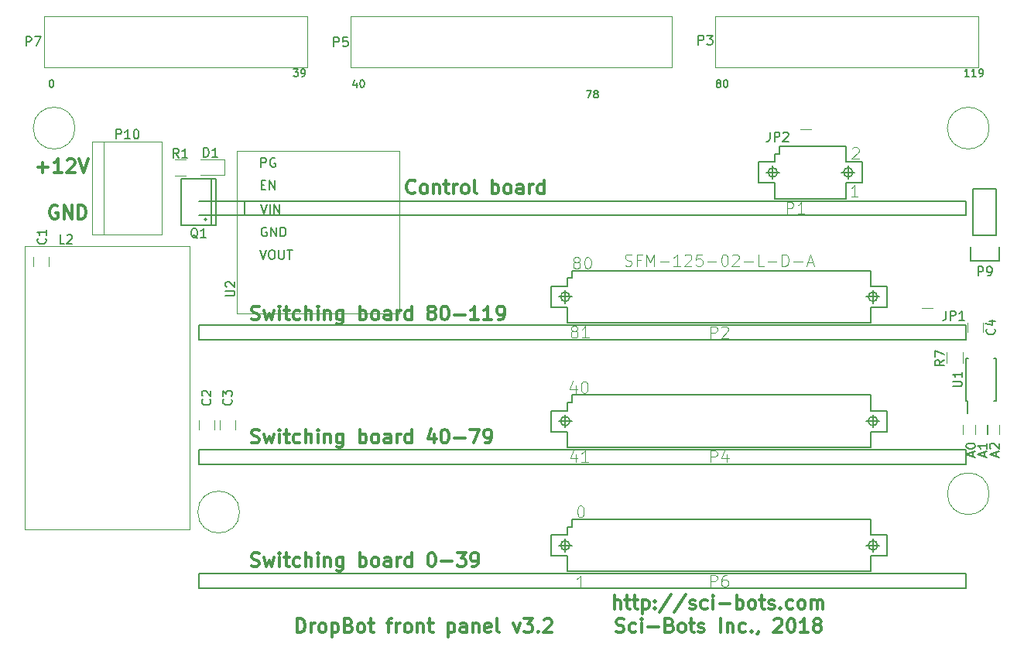
<source format=gbr>
G04 #@! TF.FileFunction,Legend,Top*
%FSLAX46Y46*%
G04 Gerber Fmt 4.6, Leading zero omitted, Abs format (unit mm)*
G04 Created by KiCad (PCBNEW 4.0.7) date 03/15/18 15:57:52*
%MOMM*%
%LPD*%
G01*
G04 APERTURE LIST*
%ADD10C,0.100000*%
%ADD11C,0.150000*%
%ADD12C,0.300000*%
%ADD13C,0.200000*%
%ADD14C,0.099060*%
%ADD15C,0.120000*%
%ADD16C,0.127000*%
%ADD17C,0.203200*%
%ADD18C,0.101600*%
G04 APERTURE END LIST*
D10*
D11*
X108254881Y-39884405D02*
X108788214Y-39884405D01*
X108445357Y-40684405D01*
X109207262Y-40227262D02*
X109131071Y-40189167D01*
X109092976Y-40151071D01*
X109054881Y-40074881D01*
X109054881Y-40036786D01*
X109092976Y-39960595D01*
X109131071Y-39922500D01*
X109207262Y-39884405D01*
X109359643Y-39884405D01*
X109435833Y-39922500D01*
X109473929Y-39960595D01*
X109512024Y-40036786D01*
X109512024Y-40074881D01*
X109473929Y-40151071D01*
X109435833Y-40189167D01*
X109359643Y-40227262D01*
X109207262Y-40227262D01*
X109131071Y-40265357D01*
X109092976Y-40303452D01*
X109054881Y-40379643D01*
X109054881Y-40532024D01*
X109092976Y-40608214D01*
X109131071Y-40646310D01*
X109207262Y-40684405D01*
X109359643Y-40684405D01*
X109435833Y-40646310D01*
X109473929Y-40608214D01*
X109512024Y-40532024D01*
X109512024Y-40379643D01*
X109473929Y-40303452D01*
X109435833Y-40265357D01*
X109359643Y-40227262D01*
X150088667Y-38334905D02*
X149631524Y-38334905D01*
X149860095Y-38334905D02*
X149860095Y-37534905D01*
X149783905Y-37649190D01*
X149707714Y-37725381D01*
X149631524Y-37763476D01*
X150850572Y-38334905D02*
X150393429Y-38334905D01*
X150622000Y-38334905D02*
X150622000Y-37534905D01*
X150545810Y-37649190D01*
X150469619Y-37725381D01*
X150393429Y-37763476D01*
X151231524Y-38334905D02*
X151383905Y-38334905D01*
X151460096Y-38296810D01*
X151498191Y-38258714D01*
X151574382Y-38144429D01*
X151612477Y-37992048D01*
X151612477Y-37687286D01*
X151574382Y-37611095D01*
X151536286Y-37573000D01*
X151460096Y-37534905D01*
X151307715Y-37534905D01*
X151231524Y-37573000D01*
X151193429Y-37611095D01*
X151155334Y-37687286D01*
X151155334Y-37877762D01*
X151193429Y-37953952D01*
X151231524Y-37992048D01*
X151307715Y-38030143D01*
X151460096Y-38030143D01*
X151536286Y-37992048D01*
X151574382Y-37953952D01*
X151612477Y-37877762D01*
X76187381Y-37534905D02*
X76682619Y-37534905D01*
X76415952Y-37839667D01*
X76530238Y-37839667D01*
X76606428Y-37877762D01*
X76644524Y-37915857D01*
X76682619Y-37992048D01*
X76682619Y-38182524D01*
X76644524Y-38258714D01*
X76606428Y-38296810D01*
X76530238Y-38334905D01*
X76301666Y-38334905D01*
X76225476Y-38296810D01*
X76187381Y-38258714D01*
X77063571Y-38334905D02*
X77215952Y-38334905D01*
X77292143Y-38296810D01*
X77330238Y-38258714D01*
X77406429Y-38144429D01*
X77444524Y-37992048D01*
X77444524Y-37687286D01*
X77406429Y-37611095D01*
X77368333Y-37573000D01*
X77292143Y-37534905D01*
X77139762Y-37534905D01*
X77063571Y-37573000D01*
X77025476Y-37611095D01*
X76987381Y-37687286D01*
X76987381Y-37877762D01*
X77025476Y-37953952D01*
X77063571Y-37992048D01*
X77139762Y-38030143D01*
X77292143Y-38030143D01*
X77368333Y-37992048D01*
X77406429Y-37953952D01*
X77444524Y-37877762D01*
X122605857Y-39084262D02*
X122529666Y-39046167D01*
X122491571Y-39008071D01*
X122453476Y-38931881D01*
X122453476Y-38893786D01*
X122491571Y-38817595D01*
X122529666Y-38779500D01*
X122605857Y-38741405D01*
X122758238Y-38741405D01*
X122834428Y-38779500D01*
X122872524Y-38817595D01*
X122910619Y-38893786D01*
X122910619Y-38931881D01*
X122872524Y-39008071D01*
X122834428Y-39046167D01*
X122758238Y-39084262D01*
X122605857Y-39084262D01*
X122529666Y-39122357D01*
X122491571Y-39160452D01*
X122453476Y-39236643D01*
X122453476Y-39389024D01*
X122491571Y-39465214D01*
X122529666Y-39503310D01*
X122605857Y-39541405D01*
X122758238Y-39541405D01*
X122834428Y-39503310D01*
X122872524Y-39465214D01*
X122910619Y-39389024D01*
X122910619Y-39236643D01*
X122872524Y-39160452D01*
X122834428Y-39122357D01*
X122758238Y-39084262D01*
X123405857Y-38741405D02*
X123482048Y-38741405D01*
X123558238Y-38779500D01*
X123596333Y-38817595D01*
X123634429Y-38893786D01*
X123672524Y-39046167D01*
X123672524Y-39236643D01*
X123634429Y-39389024D01*
X123596333Y-39465214D01*
X123558238Y-39503310D01*
X123482048Y-39541405D01*
X123405857Y-39541405D01*
X123329667Y-39503310D01*
X123291571Y-39465214D01*
X123253476Y-39389024D01*
X123215381Y-39236643D01*
X123215381Y-39046167D01*
X123253476Y-38893786D01*
X123291571Y-38817595D01*
X123329667Y-38779500D01*
X123405857Y-38741405D01*
X83083428Y-39008071D02*
X83083428Y-39541405D01*
X82892952Y-38703310D02*
X82702476Y-39274738D01*
X83197714Y-39274738D01*
X83654857Y-38741405D02*
X83731048Y-38741405D01*
X83807238Y-38779500D01*
X83845333Y-38817595D01*
X83883429Y-38893786D01*
X83921524Y-39046167D01*
X83921524Y-39236643D01*
X83883429Y-39389024D01*
X83845333Y-39465214D01*
X83807238Y-39503310D01*
X83731048Y-39541405D01*
X83654857Y-39541405D01*
X83578667Y-39503310D01*
X83540571Y-39465214D01*
X83502476Y-39389024D01*
X83464381Y-39236643D01*
X83464381Y-39046167D01*
X83502476Y-38893786D01*
X83540571Y-38817595D01*
X83578667Y-38779500D01*
X83654857Y-38741405D01*
X49682405Y-38741405D02*
X49758596Y-38741405D01*
X49834786Y-38779500D01*
X49872881Y-38817595D01*
X49910977Y-38893786D01*
X49949072Y-39046167D01*
X49949072Y-39236643D01*
X49910977Y-39389024D01*
X49872881Y-39465214D01*
X49834786Y-39503310D01*
X49758596Y-39541405D01*
X49682405Y-39541405D01*
X49606215Y-39503310D01*
X49568119Y-39465214D01*
X49530024Y-39389024D01*
X49491929Y-39236643D01*
X49491929Y-39046167D01*
X49530024Y-38893786D01*
X49568119Y-38817595D01*
X49606215Y-38779500D01*
X49682405Y-38741405D01*
D12*
X50357143Y-52500000D02*
X50214286Y-52428571D01*
X50000000Y-52428571D01*
X49785715Y-52500000D01*
X49642857Y-52642857D01*
X49571429Y-52785714D01*
X49500000Y-53071429D01*
X49500000Y-53285714D01*
X49571429Y-53571429D01*
X49642857Y-53714286D01*
X49785715Y-53857143D01*
X50000000Y-53928571D01*
X50142857Y-53928571D01*
X50357143Y-53857143D01*
X50428572Y-53785714D01*
X50428572Y-53285714D01*
X50142857Y-53285714D01*
X51071429Y-53928571D02*
X51071429Y-52428571D01*
X51928572Y-53928571D01*
X51928572Y-52428571D01*
X52642858Y-53928571D02*
X52642858Y-52428571D01*
X53000001Y-52428571D01*
X53214286Y-52500000D01*
X53357144Y-52642857D01*
X53428572Y-52785714D01*
X53500001Y-53071429D01*
X53500001Y-53285714D01*
X53428572Y-53571429D01*
X53357144Y-53714286D01*
X53214286Y-53857143D01*
X53000001Y-53928571D01*
X52642858Y-53928571D01*
X48207144Y-48307143D02*
X49350001Y-48307143D01*
X48778572Y-48878571D02*
X48778572Y-47735714D01*
X50850001Y-48878571D02*
X49992858Y-48878571D01*
X50421430Y-48878571D02*
X50421430Y-47378571D01*
X50278573Y-47592857D01*
X50135715Y-47735714D01*
X49992858Y-47807143D01*
X51421429Y-47521429D02*
X51492858Y-47450000D01*
X51635715Y-47378571D01*
X51992858Y-47378571D01*
X52135715Y-47450000D01*
X52207144Y-47521429D01*
X52278572Y-47664286D01*
X52278572Y-47807143D01*
X52207144Y-48021429D01*
X51350001Y-48878571D01*
X52278572Y-48878571D01*
X52707143Y-47378571D02*
X53207143Y-48878571D01*
X53707143Y-47378571D01*
X111307142Y-96603571D02*
X111307142Y-95103571D01*
X111949999Y-96603571D02*
X111949999Y-95817857D01*
X111878570Y-95675000D01*
X111735713Y-95603571D01*
X111521428Y-95603571D01*
X111378570Y-95675000D01*
X111307142Y-95746429D01*
X112449999Y-95603571D02*
X113021428Y-95603571D01*
X112664285Y-95103571D02*
X112664285Y-96389286D01*
X112735713Y-96532143D01*
X112878571Y-96603571D01*
X113021428Y-96603571D01*
X113307142Y-95603571D02*
X113878571Y-95603571D01*
X113521428Y-95103571D02*
X113521428Y-96389286D01*
X113592856Y-96532143D01*
X113735714Y-96603571D01*
X113878571Y-96603571D01*
X114378571Y-95603571D02*
X114378571Y-97103571D01*
X114378571Y-95675000D02*
X114521428Y-95603571D01*
X114807142Y-95603571D01*
X114949999Y-95675000D01*
X115021428Y-95746429D01*
X115092857Y-95889286D01*
X115092857Y-96317857D01*
X115021428Y-96460714D01*
X114949999Y-96532143D01*
X114807142Y-96603571D01*
X114521428Y-96603571D01*
X114378571Y-96532143D01*
X115735714Y-96460714D02*
X115807142Y-96532143D01*
X115735714Y-96603571D01*
X115664285Y-96532143D01*
X115735714Y-96460714D01*
X115735714Y-96603571D01*
X115735714Y-95675000D02*
X115807142Y-95746429D01*
X115735714Y-95817857D01*
X115664285Y-95746429D01*
X115735714Y-95675000D01*
X115735714Y-95817857D01*
X117521428Y-95032143D02*
X116235714Y-96960714D01*
X119092857Y-95032143D02*
X117807143Y-96960714D01*
X119521429Y-96532143D02*
X119664286Y-96603571D01*
X119950001Y-96603571D01*
X120092858Y-96532143D01*
X120164286Y-96389286D01*
X120164286Y-96317857D01*
X120092858Y-96175000D01*
X119950001Y-96103571D01*
X119735715Y-96103571D01*
X119592858Y-96032143D01*
X119521429Y-95889286D01*
X119521429Y-95817857D01*
X119592858Y-95675000D01*
X119735715Y-95603571D01*
X119950001Y-95603571D01*
X120092858Y-95675000D01*
X121450001Y-96532143D02*
X121307144Y-96603571D01*
X121021430Y-96603571D01*
X120878572Y-96532143D01*
X120807144Y-96460714D01*
X120735715Y-96317857D01*
X120735715Y-95889286D01*
X120807144Y-95746429D01*
X120878572Y-95675000D01*
X121021430Y-95603571D01*
X121307144Y-95603571D01*
X121450001Y-95675000D01*
X122092858Y-96603571D02*
X122092858Y-95603571D01*
X122092858Y-95103571D02*
X122021429Y-95175000D01*
X122092858Y-95246429D01*
X122164286Y-95175000D01*
X122092858Y-95103571D01*
X122092858Y-95246429D01*
X122807144Y-96032143D02*
X123950001Y-96032143D01*
X124664287Y-96603571D02*
X124664287Y-95103571D01*
X124664287Y-95675000D02*
X124807144Y-95603571D01*
X125092858Y-95603571D01*
X125235715Y-95675000D01*
X125307144Y-95746429D01*
X125378573Y-95889286D01*
X125378573Y-96317857D01*
X125307144Y-96460714D01*
X125235715Y-96532143D01*
X125092858Y-96603571D01*
X124807144Y-96603571D01*
X124664287Y-96532143D01*
X126235716Y-96603571D02*
X126092858Y-96532143D01*
X126021430Y-96460714D01*
X125950001Y-96317857D01*
X125950001Y-95889286D01*
X126021430Y-95746429D01*
X126092858Y-95675000D01*
X126235716Y-95603571D01*
X126450001Y-95603571D01*
X126592858Y-95675000D01*
X126664287Y-95746429D01*
X126735716Y-95889286D01*
X126735716Y-96317857D01*
X126664287Y-96460714D01*
X126592858Y-96532143D01*
X126450001Y-96603571D01*
X126235716Y-96603571D01*
X127164287Y-95603571D02*
X127735716Y-95603571D01*
X127378573Y-95103571D02*
X127378573Y-96389286D01*
X127450001Y-96532143D01*
X127592859Y-96603571D01*
X127735716Y-96603571D01*
X128164287Y-96532143D02*
X128307144Y-96603571D01*
X128592859Y-96603571D01*
X128735716Y-96532143D01*
X128807144Y-96389286D01*
X128807144Y-96317857D01*
X128735716Y-96175000D01*
X128592859Y-96103571D01*
X128378573Y-96103571D01*
X128235716Y-96032143D01*
X128164287Y-95889286D01*
X128164287Y-95817857D01*
X128235716Y-95675000D01*
X128378573Y-95603571D01*
X128592859Y-95603571D01*
X128735716Y-95675000D01*
X129450002Y-96460714D02*
X129521430Y-96532143D01*
X129450002Y-96603571D01*
X129378573Y-96532143D01*
X129450002Y-96460714D01*
X129450002Y-96603571D01*
X130807145Y-96532143D02*
X130664288Y-96603571D01*
X130378574Y-96603571D01*
X130235716Y-96532143D01*
X130164288Y-96460714D01*
X130092859Y-96317857D01*
X130092859Y-95889286D01*
X130164288Y-95746429D01*
X130235716Y-95675000D01*
X130378574Y-95603571D01*
X130664288Y-95603571D01*
X130807145Y-95675000D01*
X131664288Y-96603571D02*
X131521430Y-96532143D01*
X131450002Y-96460714D01*
X131378573Y-96317857D01*
X131378573Y-95889286D01*
X131450002Y-95746429D01*
X131521430Y-95675000D01*
X131664288Y-95603571D01*
X131878573Y-95603571D01*
X132021430Y-95675000D01*
X132092859Y-95746429D01*
X132164288Y-95889286D01*
X132164288Y-96317857D01*
X132092859Y-96460714D01*
X132021430Y-96532143D01*
X131878573Y-96603571D01*
X131664288Y-96603571D01*
X132807145Y-96603571D02*
X132807145Y-95603571D01*
X132807145Y-95746429D02*
X132878573Y-95675000D01*
X133021431Y-95603571D01*
X133235716Y-95603571D01*
X133378573Y-95675000D01*
X133450002Y-95817857D01*
X133450002Y-96603571D01*
X133450002Y-95817857D02*
X133521431Y-95675000D01*
X133664288Y-95603571D01*
X133878573Y-95603571D01*
X134021431Y-95675000D01*
X134092859Y-95817857D01*
X134092859Y-96603571D01*
X111485715Y-99082143D02*
X111700001Y-99153571D01*
X112057144Y-99153571D01*
X112200001Y-99082143D01*
X112271430Y-99010714D01*
X112342858Y-98867857D01*
X112342858Y-98725000D01*
X112271430Y-98582143D01*
X112200001Y-98510714D01*
X112057144Y-98439286D01*
X111771430Y-98367857D01*
X111628572Y-98296429D01*
X111557144Y-98225000D01*
X111485715Y-98082143D01*
X111485715Y-97939286D01*
X111557144Y-97796429D01*
X111628572Y-97725000D01*
X111771430Y-97653571D01*
X112128572Y-97653571D01*
X112342858Y-97725000D01*
X113628572Y-99082143D02*
X113485715Y-99153571D01*
X113200001Y-99153571D01*
X113057143Y-99082143D01*
X112985715Y-99010714D01*
X112914286Y-98867857D01*
X112914286Y-98439286D01*
X112985715Y-98296429D01*
X113057143Y-98225000D01*
X113200001Y-98153571D01*
X113485715Y-98153571D01*
X113628572Y-98225000D01*
X114271429Y-99153571D02*
X114271429Y-98153571D01*
X114271429Y-97653571D02*
X114200000Y-97725000D01*
X114271429Y-97796429D01*
X114342857Y-97725000D01*
X114271429Y-97653571D01*
X114271429Y-97796429D01*
X114985715Y-98582143D02*
X116128572Y-98582143D01*
X117342858Y-98367857D02*
X117557144Y-98439286D01*
X117628572Y-98510714D01*
X117700001Y-98653571D01*
X117700001Y-98867857D01*
X117628572Y-99010714D01*
X117557144Y-99082143D01*
X117414286Y-99153571D01*
X116842858Y-99153571D01*
X116842858Y-97653571D01*
X117342858Y-97653571D01*
X117485715Y-97725000D01*
X117557144Y-97796429D01*
X117628572Y-97939286D01*
X117628572Y-98082143D01*
X117557144Y-98225000D01*
X117485715Y-98296429D01*
X117342858Y-98367857D01*
X116842858Y-98367857D01*
X118557144Y-99153571D02*
X118414286Y-99082143D01*
X118342858Y-99010714D01*
X118271429Y-98867857D01*
X118271429Y-98439286D01*
X118342858Y-98296429D01*
X118414286Y-98225000D01*
X118557144Y-98153571D01*
X118771429Y-98153571D01*
X118914286Y-98225000D01*
X118985715Y-98296429D01*
X119057144Y-98439286D01*
X119057144Y-98867857D01*
X118985715Y-99010714D01*
X118914286Y-99082143D01*
X118771429Y-99153571D01*
X118557144Y-99153571D01*
X119485715Y-98153571D02*
X120057144Y-98153571D01*
X119700001Y-97653571D02*
X119700001Y-98939286D01*
X119771429Y-99082143D01*
X119914287Y-99153571D01*
X120057144Y-99153571D01*
X120485715Y-99082143D02*
X120628572Y-99153571D01*
X120914287Y-99153571D01*
X121057144Y-99082143D01*
X121128572Y-98939286D01*
X121128572Y-98867857D01*
X121057144Y-98725000D01*
X120914287Y-98653571D01*
X120700001Y-98653571D01*
X120557144Y-98582143D01*
X120485715Y-98439286D01*
X120485715Y-98367857D01*
X120557144Y-98225000D01*
X120700001Y-98153571D01*
X120914287Y-98153571D01*
X121057144Y-98225000D01*
X122914287Y-99153571D02*
X122914287Y-97653571D01*
X123628573Y-98153571D02*
X123628573Y-99153571D01*
X123628573Y-98296429D02*
X123700001Y-98225000D01*
X123842859Y-98153571D01*
X124057144Y-98153571D01*
X124200001Y-98225000D01*
X124271430Y-98367857D01*
X124271430Y-99153571D01*
X125628573Y-99082143D02*
X125485716Y-99153571D01*
X125200002Y-99153571D01*
X125057144Y-99082143D01*
X124985716Y-99010714D01*
X124914287Y-98867857D01*
X124914287Y-98439286D01*
X124985716Y-98296429D01*
X125057144Y-98225000D01*
X125200002Y-98153571D01*
X125485716Y-98153571D01*
X125628573Y-98225000D01*
X126271430Y-99010714D02*
X126342858Y-99082143D01*
X126271430Y-99153571D01*
X126200001Y-99082143D01*
X126271430Y-99010714D01*
X126271430Y-99153571D01*
X127057144Y-99082143D02*
X127057144Y-99153571D01*
X126985716Y-99296429D01*
X126914287Y-99367857D01*
X128771430Y-97796429D02*
X128842859Y-97725000D01*
X128985716Y-97653571D01*
X129342859Y-97653571D01*
X129485716Y-97725000D01*
X129557145Y-97796429D01*
X129628573Y-97939286D01*
X129628573Y-98082143D01*
X129557145Y-98296429D01*
X128700002Y-99153571D01*
X129628573Y-99153571D01*
X130557144Y-97653571D02*
X130700001Y-97653571D01*
X130842858Y-97725000D01*
X130914287Y-97796429D01*
X130985716Y-97939286D01*
X131057144Y-98225000D01*
X131057144Y-98582143D01*
X130985716Y-98867857D01*
X130914287Y-99010714D01*
X130842858Y-99082143D01*
X130700001Y-99153571D01*
X130557144Y-99153571D01*
X130414287Y-99082143D01*
X130342858Y-99010714D01*
X130271430Y-98867857D01*
X130200001Y-98582143D01*
X130200001Y-98225000D01*
X130271430Y-97939286D01*
X130342858Y-97796429D01*
X130414287Y-97725000D01*
X130557144Y-97653571D01*
X132485715Y-99153571D02*
X131628572Y-99153571D01*
X132057144Y-99153571D02*
X132057144Y-97653571D01*
X131914287Y-97867857D01*
X131771429Y-98010714D01*
X131628572Y-98082143D01*
X133342858Y-98296429D02*
X133200000Y-98225000D01*
X133128572Y-98153571D01*
X133057143Y-98010714D01*
X133057143Y-97939286D01*
X133128572Y-97796429D01*
X133200000Y-97725000D01*
X133342858Y-97653571D01*
X133628572Y-97653571D01*
X133771429Y-97725000D01*
X133842858Y-97796429D01*
X133914286Y-97939286D01*
X133914286Y-98010714D01*
X133842858Y-98153571D01*
X133771429Y-98225000D01*
X133628572Y-98296429D01*
X133342858Y-98296429D01*
X133200000Y-98367857D01*
X133128572Y-98439286D01*
X133057143Y-98582143D01*
X133057143Y-98867857D01*
X133128572Y-99010714D01*
X133200000Y-99082143D01*
X133342858Y-99153571D01*
X133628572Y-99153571D01*
X133771429Y-99082143D01*
X133842858Y-99010714D01*
X133914286Y-98867857D01*
X133914286Y-98582143D01*
X133842858Y-98439286D01*
X133771429Y-98367857D01*
X133628572Y-98296429D01*
X71585714Y-91907643D02*
X71800000Y-91979071D01*
X72157143Y-91979071D01*
X72300000Y-91907643D01*
X72371429Y-91836214D01*
X72442857Y-91693357D01*
X72442857Y-91550500D01*
X72371429Y-91407643D01*
X72300000Y-91336214D01*
X72157143Y-91264786D01*
X71871429Y-91193357D01*
X71728571Y-91121929D01*
X71657143Y-91050500D01*
X71585714Y-90907643D01*
X71585714Y-90764786D01*
X71657143Y-90621929D01*
X71728571Y-90550500D01*
X71871429Y-90479071D01*
X72228571Y-90479071D01*
X72442857Y-90550500D01*
X72942857Y-90979071D02*
X73228571Y-91979071D01*
X73514285Y-91264786D01*
X73800000Y-91979071D01*
X74085714Y-90979071D01*
X74657143Y-91979071D02*
X74657143Y-90979071D01*
X74657143Y-90479071D02*
X74585714Y-90550500D01*
X74657143Y-90621929D01*
X74728571Y-90550500D01*
X74657143Y-90479071D01*
X74657143Y-90621929D01*
X75157143Y-90979071D02*
X75728572Y-90979071D01*
X75371429Y-90479071D02*
X75371429Y-91764786D01*
X75442857Y-91907643D01*
X75585715Y-91979071D01*
X75728572Y-91979071D01*
X76871429Y-91907643D02*
X76728572Y-91979071D01*
X76442858Y-91979071D01*
X76300000Y-91907643D01*
X76228572Y-91836214D01*
X76157143Y-91693357D01*
X76157143Y-91264786D01*
X76228572Y-91121929D01*
X76300000Y-91050500D01*
X76442858Y-90979071D01*
X76728572Y-90979071D01*
X76871429Y-91050500D01*
X77514286Y-91979071D02*
X77514286Y-90479071D01*
X78157143Y-91979071D02*
X78157143Y-91193357D01*
X78085714Y-91050500D01*
X77942857Y-90979071D01*
X77728572Y-90979071D01*
X77585714Y-91050500D01*
X77514286Y-91121929D01*
X78871429Y-91979071D02*
X78871429Y-90979071D01*
X78871429Y-90479071D02*
X78800000Y-90550500D01*
X78871429Y-90621929D01*
X78942857Y-90550500D01*
X78871429Y-90479071D01*
X78871429Y-90621929D01*
X79585715Y-90979071D02*
X79585715Y-91979071D01*
X79585715Y-91121929D02*
X79657143Y-91050500D01*
X79800001Y-90979071D01*
X80014286Y-90979071D01*
X80157143Y-91050500D01*
X80228572Y-91193357D01*
X80228572Y-91979071D01*
X81585715Y-90979071D02*
X81585715Y-92193357D01*
X81514286Y-92336214D01*
X81442858Y-92407643D01*
X81300001Y-92479071D01*
X81085715Y-92479071D01*
X80942858Y-92407643D01*
X81585715Y-91907643D02*
X81442858Y-91979071D01*
X81157144Y-91979071D01*
X81014286Y-91907643D01*
X80942858Y-91836214D01*
X80871429Y-91693357D01*
X80871429Y-91264786D01*
X80942858Y-91121929D01*
X81014286Y-91050500D01*
X81157144Y-90979071D01*
X81442858Y-90979071D01*
X81585715Y-91050500D01*
X83442858Y-91979071D02*
X83442858Y-90479071D01*
X83442858Y-91050500D02*
X83585715Y-90979071D01*
X83871429Y-90979071D01*
X84014286Y-91050500D01*
X84085715Y-91121929D01*
X84157144Y-91264786D01*
X84157144Y-91693357D01*
X84085715Y-91836214D01*
X84014286Y-91907643D01*
X83871429Y-91979071D01*
X83585715Y-91979071D01*
X83442858Y-91907643D01*
X85014287Y-91979071D02*
X84871429Y-91907643D01*
X84800001Y-91836214D01*
X84728572Y-91693357D01*
X84728572Y-91264786D01*
X84800001Y-91121929D01*
X84871429Y-91050500D01*
X85014287Y-90979071D01*
X85228572Y-90979071D01*
X85371429Y-91050500D01*
X85442858Y-91121929D01*
X85514287Y-91264786D01*
X85514287Y-91693357D01*
X85442858Y-91836214D01*
X85371429Y-91907643D01*
X85228572Y-91979071D01*
X85014287Y-91979071D01*
X86800001Y-91979071D02*
X86800001Y-91193357D01*
X86728572Y-91050500D01*
X86585715Y-90979071D01*
X86300001Y-90979071D01*
X86157144Y-91050500D01*
X86800001Y-91907643D02*
X86657144Y-91979071D01*
X86300001Y-91979071D01*
X86157144Y-91907643D01*
X86085715Y-91764786D01*
X86085715Y-91621929D01*
X86157144Y-91479071D01*
X86300001Y-91407643D01*
X86657144Y-91407643D01*
X86800001Y-91336214D01*
X87514287Y-91979071D02*
X87514287Y-90979071D01*
X87514287Y-91264786D02*
X87585715Y-91121929D01*
X87657144Y-91050500D01*
X87800001Y-90979071D01*
X87942858Y-90979071D01*
X89085715Y-91979071D02*
X89085715Y-90479071D01*
X89085715Y-91907643D02*
X88942858Y-91979071D01*
X88657144Y-91979071D01*
X88514286Y-91907643D01*
X88442858Y-91836214D01*
X88371429Y-91693357D01*
X88371429Y-91264786D01*
X88442858Y-91121929D01*
X88514286Y-91050500D01*
X88657144Y-90979071D01*
X88942858Y-90979071D01*
X89085715Y-91050500D01*
X91228572Y-90479071D02*
X91371429Y-90479071D01*
X91514286Y-90550500D01*
X91585715Y-90621929D01*
X91657144Y-90764786D01*
X91728572Y-91050500D01*
X91728572Y-91407643D01*
X91657144Y-91693357D01*
X91585715Y-91836214D01*
X91514286Y-91907643D01*
X91371429Y-91979071D01*
X91228572Y-91979071D01*
X91085715Y-91907643D01*
X91014286Y-91836214D01*
X90942858Y-91693357D01*
X90871429Y-91407643D01*
X90871429Y-91050500D01*
X90942858Y-90764786D01*
X91014286Y-90621929D01*
X91085715Y-90550500D01*
X91228572Y-90479071D01*
X92371429Y-91407643D02*
X93514286Y-91407643D01*
X94085715Y-90479071D02*
X95014286Y-90479071D01*
X94514286Y-91050500D01*
X94728572Y-91050500D01*
X94871429Y-91121929D01*
X94942858Y-91193357D01*
X95014286Y-91336214D01*
X95014286Y-91693357D01*
X94942858Y-91836214D01*
X94871429Y-91907643D01*
X94728572Y-91979071D01*
X94300000Y-91979071D01*
X94157143Y-91907643D01*
X94085715Y-91836214D01*
X95728571Y-91979071D02*
X96014286Y-91979071D01*
X96157143Y-91907643D01*
X96228571Y-91836214D01*
X96371429Y-91621929D01*
X96442857Y-91336214D01*
X96442857Y-90764786D01*
X96371429Y-90621929D01*
X96300000Y-90550500D01*
X96157143Y-90479071D01*
X95871429Y-90479071D01*
X95728571Y-90550500D01*
X95657143Y-90621929D01*
X95585714Y-90764786D01*
X95585714Y-91121929D01*
X95657143Y-91264786D01*
X95728571Y-91336214D01*
X95871429Y-91407643D01*
X96157143Y-91407643D01*
X96300000Y-91336214D01*
X96371429Y-91264786D01*
X96442857Y-91121929D01*
X71585714Y-78382143D02*
X71800000Y-78453571D01*
X72157143Y-78453571D01*
X72300000Y-78382143D01*
X72371429Y-78310714D01*
X72442857Y-78167857D01*
X72442857Y-78025000D01*
X72371429Y-77882143D01*
X72300000Y-77810714D01*
X72157143Y-77739286D01*
X71871429Y-77667857D01*
X71728571Y-77596429D01*
X71657143Y-77525000D01*
X71585714Y-77382143D01*
X71585714Y-77239286D01*
X71657143Y-77096429D01*
X71728571Y-77025000D01*
X71871429Y-76953571D01*
X72228571Y-76953571D01*
X72442857Y-77025000D01*
X72942857Y-77453571D02*
X73228571Y-78453571D01*
X73514285Y-77739286D01*
X73800000Y-78453571D01*
X74085714Y-77453571D01*
X74657143Y-78453571D02*
X74657143Y-77453571D01*
X74657143Y-76953571D02*
X74585714Y-77025000D01*
X74657143Y-77096429D01*
X74728571Y-77025000D01*
X74657143Y-76953571D01*
X74657143Y-77096429D01*
X75157143Y-77453571D02*
X75728572Y-77453571D01*
X75371429Y-76953571D02*
X75371429Y-78239286D01*
X75442857Y-78382143D01*
X75585715Y-78453571D01*
X75728572Y-78453571D01*
X76871429Y-78382143D02*
X76728572Y-78453571D01*
X76442858Y-78453571D01*
X76300000Y-78382143D01*
X76228572Y-78310714D01*
X76157143Y-78167857D01*
X76157143Y-77739286D01*
X76228572Y-77596429D01*
X76300000Y-77525000D01*
X76442858Y-77453571D01*
X76728572Y-77453571D01*
X76871429Y-77525000D01*
X77514286Y-78453571D02*
X77514286Y-76953571D01*
X78157143Y-78453571D02*
X78157143Y-77667857D01*
X78085714Y-77525000D01*
X77942857Y-77453571D01*
X77728572Y-77453571D01*
X77585714Y-77525000D01*
X77514286Y-77596429D01*
X78871429Y-78453571D02*
X78871429Y-77453571D01*
X78871429Y-76953571D02*
X78800000Y-77025000D01*
X78871429Y-77096429D01*
X78942857Y-77025000D01*
X78871429Y-76953571D01*
X78871429Y-77096429D01*
X79585715Y-77453571D02*
X79585715Y-78453571D01*
X79585715Y-77596429D02*
X79657143Y-77525000D01*
X79800001Y-77453571D01*
X80014286Y-77453571D01*
X80157143Y-77525000D01*
X80228572Y-77667857D01*
X80228572Y-78453571D01*
X81585715Y-77453571D02*
X81585715Y-78667857D01*
X81514286Y-78810714D01*
X81442858Y-78882143D01*
X81300001Y-78953571D01*
X81085715Y-78953571D01*
X80942858Y-78882143D01*
X81585715Y-78382143D02*
X81442858Y-78453571D01*
X81157144Y-78453571D01*
X81014286Y-78382143D01*
X80942858Y-78310714D01*
X80871429Y-78167857D01*
X80871429Y-77739286D01*
X80942858Y-77596429D01*
X81014286Y-77525000D01*
X81157144Y-77453571D01*
X81442858Y-77453571D01*
X81585715Y-77525000D01*
X83442858Y-78453571D02*
X83442858Y-76953571D01*
X83442858Y-77525000D02*
X83585715Y-77453571D01*
X83871429Y-77453571D01*
X84014286Y-77525000D01*
X84085715Y-77596429D01*
X84157144Y-77739286D01*
X84157144Y-78167857D01*
X84085715Y-78310714D01*
X84014286Y-78382143D01*
X83871429Y-78453571D01*
X83585715Y-78453571D01*
X83442858Y-78382143D01*
X85014287Y-78453571D02*
X84871429Y-78382143D01*
X84800001Y-78310714D01*
X84728572Y-78167857D01*
X84728572Y-77739286D01*
X84800001Y-77596429D01*
X84871429Y-77525000D01*
X85014287Y-77453571D01*
X85228572Y-77453571D01*
X85371429Y-77525000D01*
X85442858Y-77596429D01*
X85514287Y-77739286D01*
X85514287Y-78167857D01*
X85442858Y-78310714D01*
X85371429Y-78382143D01*
X85228572Y-78453571D01*
X85014287Y-78453571D01*
X86800001Y-78453571D02*
X86800001Y-77667857D01*
X86728572Y-77525000D01*
X86585715Y-77453571D01*
X86300001Y-77453571D01*
X86157144Y-77525000D01*
X86800001Y-78382143D02*
X86657144Y-78453571D01*
X86300001Y-78453571D01*
X86157144Y-78382143D01*
X86085715Y-78239286D01*
X86085715Y-78096429D01*
X86157144Y-77953571D01*
X86300001Y-77882143D01*
X86657144Y-77882143D01*
X86800001Y-77810714D01*
X87514287Y-78453571D02*
X87514287Y-77453571D01*
X87514287Y-77739286D02*
X87585715Y-77596429D01*
X87657144Y-77525000D01*
X87800001Y-77453571D01*
X87942858Y-77453571D01*
X89085715Y-78453571D02*
X89085715Y-76953571D01*
X89085715Y-78382143D02*
X88942858Y-78453571D01*
X88657144Y-78453571D01*
X88514286Y-78382143D01*
X88442858Y-78310714D01*
X88371429Y-78167857D01*
X88371429Y-77739286D01*
X88442858Y-77596429D01*
X88514286Y-77525000D01*
X88657144Y-77453571D01*
X88942858Y-77453571D01*
X89085715Y-77525000D01*
X91585715Y-77453571D02*
X91585715Y-78453571D01*
X91228572Y-76882143D02*
X90871429Y-77953571D01*
X91800001Y-77953571D01*
X92657143Y-76953571D02*
X92800000Y-76953571D01*
X92942857Y-77025000D01*
X93014286Y-77096429D01*
X93085715Y-77239286D01*
X93157143Y-77525000D01*
X93157143Y-77882143D01*
X93085715Y-78167857D01*
X93014286Y-78310714D01*
X92942857Y-78382143D01*
X92800000Y-78453571D01*
X92657143Y-78453571D01*
X92514286Y-78382143D01*
X92442857Y-78310714D01*
X92371429Y-78167857D01*
X92300000Y-77882143D01*
X92300000Y-77525000D01*
X92371429Y-77239286D01*
X92442857Y-77096429D01*
X92514286Y-77025000D01*
X92657143Y-76953571D01*
X93800000Y-77882143D02*
X94942857Y-77882143D01*
X95514286Y-76953571D02*
X96514286Y-76953571D01*
X95871429Y-78453571D01*
X97157142Y-78453571D02*
X97442857Y-78453571D01*
X97585714Y-78382143D01*
X97657142Y-78310714D01*
X97800000Y-78096429D01*
X97871428Y-77810714D01*
X97871428Y-77239286D01*
X97800000Y-77096429D01*
X97728571Y-77025000D01*
X97585714Y-76953571D01*
X97300000Y-76953571D01*
X97157142Y-77025000D01*
X97085714Y-77096429D01*
X97014285Y-77239286D01*
X97014285Y-77596429D01*
X97085714Y-77739286D01*
X97157142Y-77810714D01*
X97300000Y-77882143D01*
X97585714Y-77882143D01*
X97728571Y-77810714D01*
X97800000Y-77739286D01*
X97871428Y-77596429D01*
X71585714Y-64907143D02*
X71800000Y-64978571D01*
X72157143Y-64978571D01*
X72300000Y-64907143D01*
X72371429Y-64835714D01*
X72442857Y-64692857D01*
X72442857Y-64550000D01*
X72371429Y-64407143D01*
X72300000Y-64335714D01*
X72157143Y-64264286D01*
X71871429Y-64192857D01*
X71728571Y-64121429D01*
X71657143Y-64050000D01*
X71585714Y-63907143D01*
X71585714Y-63764286D01*
X71657143Y-63621429D01*
X71728571Y-63550000D01*
X71871429Y-63478571D01*
X72228571Y-63478571D01*
X72442857Y-63550000D01*
X72942857Y-63978571D02*
X73228571Y-64978571D01*
X73514285Y-64264286D01*
X73800000Y-64978571D01*
X74085714Y-63978571D01*
X74657143Y-64978571D02*
X74657143Y-63978571D01*
X74657143Y-63478571D02*
X74585714Y-63550000D01*
X74657143Y-63621429D01*
X74728571Y-63550000D01*
X74657143Y-63478571D01*
X74657143Y-63621429D01*
X75157143Y-63978571D02*
X75728572Y-63978571D01*
X75371429Y-63478571D02*
X75371429Y-64764286D01*
X75442857Y-64907143D01*
X75585715Y-64978571D01*
X75728572Y-64978571D01*
X76871429Y-64907143D02*
X76728572Y-64978571D01*
X76442858Y-64978571D01*
X76300000Y-64907143D01*
X76228572Y-64835714D01*
X76157143Y-64692857D01*
X76157143Y-64264286D01*
X76228572Y-64121429D01*
X76300000Y-64050000D01*
X76442858Y-63978571D01*
X76728572Y-63978571D01*
X76871429Y-64050000D01*
X77514286Y-64978571D02*
X77514286Y-63478571D01*
X78157143Y-64978571D02*
X78157143Y-64192857D01*
X78085714Y-64050000D01*
X77942857Y-63978571D01*
X77728572Y-63978571D01*
X77585714Y-64050000D01*
X77514286Y-64121429D01*
X78871429Y-64978571D02*
X78871429Y-63978571D01*
X78871429Y-63478571D02*
X78800000Y-63550000D01*
X78871429Y-63621429D01*
X78942857Y-63550000D01*
X78871429Y-63478571D01*
X78871429Y-63621429D01*
X79585715Y-63978571D02*
X79585715Y-64978571D01*
X79585715Y-64121429D02*
X79657143Y-64050000D01*
X79800001Y-63978571D01*
X80014286Y-63978571D01*
X80157143Y-64050000D01*
X80228572Y-64192857D01*
X80228572Y-64978571D01*
X81585715Y-63978571D02*
X81585715Y-65192857D01*
X81514286Y-65335714D01*
X81442858Y-65407143D01*
X81300001Y-65478571D01*
X81085715Y-65478571D01*
X80942858Y-65407143D01*
X81585715Y-64907143D02*
X81442858Y-64978571D01*
X81157144Y-64978571D01*
X81014286Y-64907143D01*
X80942858Y-64835714D01*
X80871429Y-64692857D01*
X80871429Y-64264286D01*
X80942858Y-64121429D01*
X81014286Y-64050000D01*
X81157144Y-63978571D01*
X81442858Y-63978571D01*
X81585715Y-64050000D01*
X83442858Y-64978571D02*
X83442858Y-63478571D01*
X83442858Y-64050000D02*
X83585715Y-63978571D01*
X83871429Y-63978571D01*
X84014286Y-64050000D01*
X84085715Y-64121429D01*
X84157144Y-64264286D01*
X84157144Y-64692857D01*
X84085715Y-64835714D01*
X84014286Y-64907143D01*
X83871429Y-64978571D01*
X83585715Y-64978571D01*
X83442858Y-64907143D01*
X85014287Y-64978571D02*
X84871429Y-64907143D01*
X84800001Y-64835714D01*
X84728572Y-64692857D01*
X84728572Y-64264286D01*
X84800001Y-64121429D01*
X84871429Y-64050000D01*
X85014287Y-63978571D01*
X85228572Y-63978571D01*
X85371429Y-64050000D01*
X85442858Y-64121429D01*
X85514287Y-64264286D01*
X85514287Y-64692857D01*
X85442858Y-64835714D01*
X85371429Y-64907143D01*
X85228572Y-64978571D01*
X85014287Y-64978571D01*
X86800001Y-64978571D02*
X86800001Y-64192857D01*
X86728572Y-64050000D01*
X86585715Y-63978571D01*
X86300001Y-63978571D01*
X86157144Y-64050000D01*
X86800001Y-64907143D02*
X86657144Y-64978571D01*
X86300001Y-64978571D01*
X86157144Y-64907143D01*
X86085715Y-64764286D01*
X86085715Y-64621429D01*
X86157144Y-64478571D01*
X86300001Y-64407143D01*
X86657144Y-64407143D01*
X86800001Y-64335714D01*
X87514287Y-64978571D02*
X87514287Y-63978571D01*
X87514287Y-64264286D02*
X87585715Y-64121429D01*
X87657144Y-64050000D01*
X87800001Y-63978571D01*
X87942858Y-63978571D01*
X89085715Y-64978571D02*
X89085715Y-63478571D01*
X89085715Y-64907143D02*
X88942858Y-64978571D01*
X88657144Y-64978571D01*
X88514286Y-64907143D01*
X88442858Y-64835714D01*
X88371429Y-64692857D01*
X88371429Y-64264286D01*
X88442858Y-64121429D01*
X88514286Y-64050000D01*
X88657144Y-63978571D01*
X88942858Y-63978571D01*
X89085715Y-64050000D01*
X91157144Y-64121429D02*
X91014286Y-64050000D01*
X90942858Y-63978571D01*
X90871429Y-63835714D01*
X90871429Y-63764286D01*
X90942858Y-63621429D01*
X91014286Y-63550000D01*
X91157144Y-63478571D01*
X91442858Y-63478571D01*
X91585715Y-63550000D01*
X91657144Y-63621429D01*
X91728572Y-63764286D01*
X91728572Y-63835714D01*
X91657144Y-63978571D01*
X91585715Y-64050000D01*
X91442858Y-64121429D01*
X91157144Y-64121429D01*
X91014286Y-64192857D01*
X90942858Y-64264286D01*
X90871429Y-64407143D01*
X90871429Y-64692857D01*
X90942858Y-64835714D01*
X91014286Y-64907143D01*
X91157144Y-64978571D01*
X91442858Y-64978571D01*
X91585715Y-64907143D01*
X91657144Y-64835714D01*
X91728572Y-64692857D01*
X91728572Y-64407143D01*
X91657144Y-64264286D01*
X91585715Y-64192857D01*
X91442858Y-64121429D01*
X92657143Y-63478571D02*
X92800000Y-63478571D01*
X92942857Y-63550000D01*
X93014286Y-63621429D01*
X93085715Y-63764286D01*
X93157143Y-64050000D01*
X93157143Y-64407143D01*
X93085715Y-64692857D01*
X93014286Y-64835714D01*
X92942857Y-64907143D01*
X92800000Y-64978571D01*
X92657143Y-64978571D01*
X92514286Y-64907143D01*
X92442857Y-64835714D01*
X92371429Y-64692857D01*
X92300000Y-64407143D01*
X92300000Y-64050000D01*
X92371429Y-63764286D01*
X92442857Y-63621429D01*
X92514286Y-63550000D01*
X92657143Y-63478571D01*
X93800000Y-64407143D02*
X94942857Y-64407143D01*
X96442857Y-64978571D02*
X95585714Y-64978571D01*
X96014286Y-64978571D02*
X96014286Y-63478571D01*
X95871429Y-63692857D01*
X95728571Y-63835714D01*
X95585714Y-63907143D01*
X97871428Y-64978571D02*
X97014285Y-64978571D01*
X97442857Y-64978571D02*
X97442857Y-63478571D01*
X97300000Y-63692857D01*
X97157142Y-63835714D01*
X97014285Y-63907143D01*
X98585713Y-64978571D02*
X98871428Y-64978571D01*
X99014285Y-64907143D01*
X99085713Y-64835714D01*
X99228571Y-64621429D01*
X99299999Y-64335714D01*
X99299999Y-63764286D01*
X99228571Y-63621429D01*
X99157142Y-63550000D01*
X99014285Y-63478571D01*
X98728571Y-63478571D01*
X98585713Y-63550000D01*
X98514285Y-63621429D01*
X98442856Y-63764286D01*
X98442856Y-64121429D01*
X98514285Y-64264286D01*
X98585713Y-64335714D01*
X98728571Y-64407143D01*
X99014285Y-64407143D01*
X99157142Y-64335714D01*
X99228571Y-64264286D01*
X99299999Y-64121429D01*
X89492858Y-51035714D02*
X89421429Y-51107143D01*
X89207143Y-51178571D01*
X89064286Y-51178571D01*
X88850001Y-51107143D01*
X88707143Y-50964286D01*
X88635715Y-50821429D01*
X88564286Y-50535714D01*
X88564286Y-50321429D01*
X88635715Y-50035714D01*
X88707143Y-49892857D01*
X88850001Y-49750000D01*
X89064286Y-49678571D01*
X89207143Y-49678571D01*
X89421429Y-49750000D01*
X89492858Y-49821429D01*
X90350001Y-51178571D02*
X90207143Y-51107143D01*
X90135715Y-51035714D01*
X90064286Y-50892857D01*
X90064286Y-50464286D01*
X90135715Y-50321429D01*
X90207143Y-50250000D01*
X90350001Y-50178571D01*
X90564286Y-50178571D01*
X90707143Y-50250000D01*
X90778572Y-50321429D01*
X90850001Y-50464286D01*
X90850001Y-50892857D01*
X90778572Y-51035714D01*
X90707143Y-51107143D01*
X90564286Y-51178571D01*
X90350001Y-51178571D01*
X91492858Y-50178571D02*
X91492858Y-51178571D01*
X91492858Y-50321429D02*
X91564286Y-50250000D01*
X91707144Y-50178571D01*
X91921429Y-50178571D01*
X92064286Y-50250000D01*
X92135715Y-50392857D01*
X92135715Y-51178571D01*
X92635715Y-50178571D02*
X93207144Y-50178571D01*
X92850001Y-49678571D02*
X92850001Y-50964286D01*
X92921429Y-51107143D01*
X93064287Y-51178571D01*
X93207144Y-51178571D01*
X93707144Y-51178571D02*
X93707144Y-50178571D01*
X93707144Y-50464286D02*
X93778572Y-50321429D01*
X93850001Y-50250000D01*
X93992858Y-50178571D01*
X94135715Y-50178571D01*
X94850001Y-51178571D02*
X94707143Y-51107143D01*
X94635715Y-51035714D01*
X94564286Y-50892857D01*
X94564286Y-50464286D01*
X94635715Y-50321429D01*
X94707143Y-50250000D01*
X94850001Y-50178571D01*
X95064286Y-50178571D01*
X95207143Y-50250000D01*
X95278572Y-50321429D01*
X95350001Y-50464286D01*
X95350001Y-50892857D01*
X95278572Y-51035714D01*
X95207143Y-51107143D01*
X95064286Y-51178571D01*
X94850001Y-51178571D01*
X96207144Y-51178571D02*
X96064286Y-51107143D01*
X95992858Y-50964286D01*
X95992858Y-49678571D01*
X97921429Y-51178571D02*
X97921429Y-49678571D01*
X97921429Y-50250000D02*
X98064286Y-50178571D01*
X98350000Y-50178571D01*
X98492857Y-50250000D01*
X98564286Y-50321429D01*
X98635715Y-50464286D01*
X98635715Y-50892857D01*
X98564286Y-51035714D01*
X98492857Y-51107143D01*
X98350000Y-51178571D01*
X98064286Y-51178571D01*
X97921429Y-51107143D01*
X99492858Y-51178571D02*
X99350000Y-51107143D01*
X99278572Y-51035714D01*
X99207143Y-50892857D01*
X99207143Y-50464286D01*
X99278572Y-50321429D01*
X99350000Y-50250000D01*
X99492858Y-50178571D01*
X99707143Y-50178571D01*
X99850000Y-50250000D01*
X99921429Y-50321429D01*
X99992858Y-50464286D01*
X99992858Y-50892857D01*
X99921429Y-51035714D01*
X99850000Y-51107143D01*
X99707143Y-51178571D01*
X99492858Y-51178571D01*
X101278572Y-51178571D02*
X101278572Y-50392857D01*
X101207143Y-50250000D01*
X101064286Y-50178571D01*
X100778572Y-50178571D01*
X100635715Y-50250000D01*
X101278572Y-51107143D02*
X101135715Y-51178571D01*
X100778572Y-51178571D01*
X100635715Y-51107143D01*
X100564286Y-50964286D01*
X100564286Y-50821429D01*
X100635715Y-50678571D01*
X100778572Y-50607143D01*
X101135715Y-50607143D01*
X101278572Y-50535714D01*
X101992858Y-51178571D02*
X101992858Y-50178571D01*
X101992858Y-50464286D02*
X102064286Y-50321429D01*
X102135715Y-50250000D01*
X102278572Y-50178571D01*
X102421429Y-50178571D01*
X103564286Y-51178571D02*
X103564286Y-49678571D01*
X103564286Y-51107143D02*
X103421429Y-51178571D01*
X103135715Y-51178571D01*
X102992857Y-51107143D01*
X102921429Y-51035714D01*
X102850000Y-50892857D01*
X102850000Y-50464286D01*
X102921429Y-50321429D01*
X102992857Y-50250000D01*
X103135715Y-50178571D01*
X103421429Y-50178571D01*
X103564286Y-50250000D01*
D13*
X65837000Y-65561000D02*
X65837000Y-67161000D01*
X65837000Y-80761000D02*
X65837000Y-79161000D01*
X65837000Y-94361000D02*
X65837000Y-92761000D01*
X149738400Y-94361000D02*
X149738400Y-92761000D01*
X149738400Y-80761000D02*
X149738400Y-79161000D01*
X149738400Y-67161000D02*
X149738400Y-65561000D01*
X65838400Y-65561000D02*
X149738400Y-65561000D01*
X65838400Y-94361000D02*
X149738400Y-94361000D01*
X65838400Y-92761000D02*
X149738400Y-92761000D01*
X65838400Y-80761000D02*
X149738400Y-80761000D01*
X65838400Y-79161000D02*
X149738400Y-79161000D01*
X65838400Y-67161000D02*
X149738400Y-67161000D01*
X149738400Y-53561000D02*
X149738400Y-51961000D01*
X65838400Y-53561000D02*
X149738400Y-53561000D01*
X70838400Y-53561000D02*
X70838400Y-51961000D01*
X149738400Y-51961000D02*
X65838400Y-51961000D01*
D12*
X76607144Y-99178571D02*
X76607144Y-97678571D01*
X76964287Y-97678571D01*
X77178572Y-97750000D01*
X77321430Y-97892857D01*
X77392858Y-98035714D01*
X77464287Y-98321429D01*
X77464287Y-98535714D01*
X77392858Y-98821429D01*
X77321430Y-98964286D01*
X77178572Y-99107143D01*
X76964287Y-99178571D01*
X76607144Y-99178571D01*
X78107144Y-99178571D02*
X78107144Y-98178571D01*
X78107144Y-98464286D02*
X78178572Y-98321429D01*
X78250001Y-98250000D01*
X78392858Y-98178571D01*
X78535715Y-98178571D01*
X79250001Y-99178571D02*
X79107143Y-99107143D01*
X79035715Y-99035714D01*
X78964286Y-98892857D01*
X78964286Y-98464286D01*
X79035715Y-98321429D01*
X79107143Y-98250000D01*
X79250001Y-98178571D01*
X79464286Y-98178571D01*
X79607143Y-98250000D01*
X79678572Y-98321429D01*
X79750001Y-98464286D01*
X79750001Y-98892857D01*
X79678572Y-99035714D01*
X79607143Y-99107143D01*
X79464286Y-99178571D01*
X79250001Y-99178571D01*
X80392858Y-98178571D02*
X80392858Y-99678571D01*
X80392858Y-98250000D02*
X80535715Y-98178571D01*
X80821429Y-98178571D01*
X80964286Y-98250000D01*
X81035715Y-98321429D01*
X81107144Y-98464286D01*
X81107144Y-98892857D01*
X81035715Y-99035714D01*
X80964286Y-99107143D01*
X80821429Y-99178571D01*
X80535715Y-99178571D01*
X80392858Y-99107143D01*
X82250001Y-98392857D02*
X82464287Y-98464286D01*
X82535715Y-98535714D01*
X82607144Y-98678571D01*
X82607144Y-98892857D01*
X82535715Y-99035714D01*
X82464287Y-99107143D01*
X82321429Y-99178571D01*
X81750001Y-99178571D01*
X81750001Y-97678571D01*
X82250001Y-97678571D01*
X82392858Y-97750000D01*
X82464287Y-97821429D01*
X82535715Y-97964286D01*
X82535715Y-98107143D01*
X82464287Y-98250000D01*
X82392858Y-98321429D01*
X82250001Y-98392857D01*
X81750001Y-98392857D01*
X83464287Y-99178571D02*
X83321429Y-99107143D01*
X83250001Y-99035714D01*
X83178572Y-98892857D01*
X83178572Y-98464286D01*
X83250001Y-98321429D01*
X83321429Y-98250000D01*
X83464287Y-98178571D01*
X83678572Y-98178571D01*
X83821429Y-98250000D01*
X83892858Y-98321429D01*
X83964287Y-98464286D01*
X83964287Y-98892857D01*
X83892858Y-99035714D01*
X83821429Y-99107143D01*
X83678572Y-99178571D01*
X83464287Y-99178571D01*
X84392858Y-98178571D02*
X84964287Y-98178571D01*
X84607144Y-97678571D02*
X84607144Y-98964286D01*
X84678572Y-99107143D01*
X84821430Y-99178571D01*
X84964287Y-99178571D01*
X86392858Y-98178571D02*
X86964287Y-98178571D01*
X86607144Y-99178571D02*
X86607144Y-97892857D01*
X86678572Y-97750000D01*
X86821430Y-97678571D01*
X86964287Y-97678571D01*
X87464287Y-99178571D02*
X87464287Y-98178571D01*
X87464287Y-98464286D02*
X87535715Y-98321429D01*
X87607144Y-98250000D01*
X87750001Y-98178571D01*
X87892858Y-98178571D01*
X88607144Y-99178571D02*
X88464286Y-99107143D01*
X88392858Y-99035714D01*
X88321429Y-98892857D01*
X88321429Y-98464286D01*
X88392858Y-98321429D01*
X88464286Y-98250000D01*
X88607144Y-98178571D01*
X88821429Y-98178571D01*
X88964286Y-98250000D01*
X89035715Y-98321429D01*
X89107144Y-98464286D01*
X89107144Y-98892857D01*
X89035715Y-99035714D01*
X88964286Y-99107143D01*
X88821429Y-99178571D01*
X88607144Y-99178571D01*
X89750001Y-98178571D02*
X89750001Y-99178571D01*
X89750001Y-98321429D02*
X89821429Y-98250000D01*
X89964287Y-98178571D01*
X90178572Y-98178571D01*
X90321429Y-98250000D01*
X90392858Y-98392857D01*
X90392858Y-99178571D01*
X90892858Y-98178571D02*
X91464287Y-98178571D01*
X91107144Y-97678571D02*
X91107144Y-98964286D01*
X91178572Y-99107143D01*
X91321430Y-99178571D01*
X91464287Y-99178571D01*
X93107144Y-98178571D02*
X93107144Y-99678571D01*
X93107144Y-98250000D02*
X93250001Y-98178571D01*
X93535715Y-98178571D01*
X93678572Y-98250000D01*
X93750001Y-98321429D01*
X93821430Y-98464286D01*
X93821430Y-98892857D01*
X93750001Y-99035714D01*
X93678572Y-99107143D01*
X93535715Y-99178571D01*
X93250001Y-99178571D01*
X93107144Y-99107143D01*
X95107144Y-99178571D02*
X95107144Y-98392857D01*
X95035715Y-98250000D01*
X94892858Y-98178571D01*
X94607144Y-98178571D01*
X94464287Y-98250000D01*
X95107144Y-99107143D02*
X94964287Y-99178571D01*
X94607144Y-99178571D01*
X94464287Y-99107143D01*
X94392858Y-98964286D01*
X94392858Y-98821429D01*
X94464287Y-98678571D01*
X94607144Y-98607143D01*
X94964287Y-98607143D01*
X95107144Y-98535714D01*
X95821430Y-98178571D02*
X95821430Y-99178571D01*
X95821430Y-98321429D02*
X95892858Y-98250000D01*
X96035716Y-98178571D01*
X96250001Y-98178571D01*
X96392858Y-98250000D01*
X96464287Y-98392857D01*
X96464287Y-99178571D01*
X97750001Y-99107143D02*
X97607144Y-99178571D01*
X97321430Y-99178571D01*
X97178573Y-99107143D01*
X97107144Y-98964286D01*
X97107144Y-98392857D01*
X97178573Y-98250000D01*
X97321430Y-98178571D01*
X97607144Y-98178571D01*
X97750001Y-98250000D01*
X97821430Y-98392857D01*
X97821430Y-98535714D01*
X97107144Y-98678571D01*
X98678573Y-99178571D02*
X98535715Y-99107143D01*
X98464287Y-98964286D01*
X98464287Y-97678571D01*
X100250001Y-98178571D02*
X100607144Y-99178571D01*
X100964286Y-98178571D01*
X101392858Y-97678571D02*
X102321429Y-97678571D01*
X101821429Y-98250000D01*
X102035715Y-98250000D01*
X102178572Y-98321429D01*
X102250001Y-98392857D01*
X102321429Y-98535714D01*
X102321429Y-98892857D01*
X102250001Y-99035714D01*
X102178572Y-99107143D01*
X102035715Y-99178571D01*
X101607143Y-99178571D01*
X101464286Y-99107143D01*
X101392858Y-99035714D01*
X102964286Y-99035714D02*
X103035714Y-99107143D01*
X102964286Y-99178571D01*
X102892857Y-99107143D01*
X102964286Y-99035714D01*
X102964286Y-99178571D01*
X103607143Y-97821429D02*
X103678572Y-97750000D01*
X103821429Y-97678571D01*
X104178572Y-97678571D01*
X104321429Y-97750000D01*
X104392858Y-97821429D01*
X104464286Y-97964286D01*
X104464286Y-98107143D01*
X104392858Y-98321429D01*
X103535715Y-99178571D01*
X104464286Y-99178571D01*
D14*
X77670860Y-31763800D02*
X48872340Y-31763800D01*
X77670860Y-31763800D02*
X77670860Y-37351800D01*
X48872340Y-31763800D02*
X48872340Y-37351800D01*
X77670860Y-37351800D02*
X48872340Y-37351800D01*
D10*
X64800000Y-87900000D02*
X64800000Y-56900000D01*
X46800000Y-87900000D02*
X64800000Y-87900000D01*
X46800000Y-87900000D02*
X46800000Y-56900000D01*
X46800000Y-56900000D02*
X64800000Y-56900000D01*
D11*
X153070000Y-55730000D02*
X153070000Y-50650000D01*
X153070000Y-50650000D02*
X150530000Y-50650000D01*
X150530000Y-50650000D02*
X150530000Y-55730000D01*
X150250000Y-58550000D02*
X150250000Y-57000000D01*
X150530000Y-55730000D02*
X153070000Y-55730000D01*
X153350000Y-57000000D02*
X153350000Y-58550000D01*
X153350000Y-58550000D02*
X150250000Y-58550000D01*
D15*
X55460000Y-55620000D02*
X55460000Y-45460000D01*
X54190000Y-55620000D02*
X61810000Y-55620000D01*
X61810000Y-55620000D02*
X61810000Y-45460000D01*
X61810000Y-45460000D02*
X54190000Y-45460000D01*
X54190000Y-45460000D02*
X54190000Y-55620000D01*
D11*
X66689000Y-54005000D02*
G75*
G03X66689000Y-54005000I-127000J0D01*
G01*
X67197000Y-54640000D02*
X67197000Y-49560000D01*
X63895000Y-54640000D02*
X63895000Y-49560000D01*
X67705000Y-54640000D02*
X67705000Y-49560000D01*
X67705000Y-54640000D02*
X63895000Y-54640000D01*
X67705000Y-49560000D02*
X63895000Y-49560000D01*
D15*
X146100000Y-65480000D02*
X144900000Y-65480000D01*
X144900000Y-63720000D02*
X146100000Y-63720000D01*
X131600000Y-44120000D02*
X132800000Y-44120000D01*
X132800000Y-45880000D02*
X131600000Y-45880000D01*
X47750000Y-58100000D02*
X47750000Y-59100000D01*
X49450000Y-59100000D02*
X49450000Y-58100000D01*
X67550000Y-77000000D02*
X67550000Y-76000000D01*
X65850000Y-76000000D02*
X65850000Y-77000000D01*
X69850000Y-77000000D02*
X69850000Y-76000000D01*
X68150000Y-76000000D02*
X68150000Y-77000000D01*
D10*
X87800000Y-64300000D02*
X70000000Y-64300000D01*
X87800000Y-46500000D02*
X87800000Y-64300000D01*
X70000000Y-46500000D02*
X70000000Y-64300000D01*
X87800000Y-46500000D02*
X70000000Y-46500000D01*
D15*
X52286000Y-44000000D02*
G75*
G03X52286000Y-44000000I-2286000J0D01*
G01*
X152286000Y-44000000D02*
G75*
G03X152286000Y-44000000I-2286000J0D01*
G01*
X152286000Y-84000000D02*
G75*
G03X152286000Y-84000000I-2286000J0D01*
G01*
X70286000Y-86000000D02*
G75*
G03X70286000Y-86000000I-2286000J0D01*
G01*
D16*
X105910900Y-76760200D02*
X105910900Y-75337800D01*
X105199700Y-76049000D02*
X106622100Y-76049000D01*
X106413794Y-76049000D02*
G75*
G03X106413794Y-76049000I-502894J0D01*
G01*
X104389440Y-77192000D02*
X104389440Y-74906000D01*
X106164900Y-77192000D02*
X104389440Y-77192000D01*
X106164900Y-78906500D02*
X106164900Y-77192000D01*
X106672900Y-74017000D02*
X106672900Y-73191500D01*
X106164900Y-74017000D02*
X106672900Y-74017000D01*
X106164900Y-74906000D02*
X106164900Y-74017000D01*
X104389440Y-74906000D02*
X106164900Y-74906000D01*
X106672900Y-73191500D02*
X139311900Y-73191500D01*
X139311900Y-73191500D02*
X139311900Y-74906000D01*
X139311900Y-74906000D02*
X141087360Y-74906000D01*
X141087360Y-74906000D02*
X141087360Y-77192000D01*
X141087360Y-77192000D02*
X139311900Y-77192000D01*
X139311900Y-77192000D02*
X139311900Y-78906500D01*
X139311900Y-78906500D02*
X106164900Y-78906500D01*
X140068794Y-76049000D02*
G75*
G03X140068794Y-76049000I-502894J0D01*
G01*
X138854700Y-76049000D02*
X140277100Y-76049000D01*
X139565900Y-76760200D02*
X139565900Y-75337800D01*
X105910900Y-90360200D02*
X105910900Y-88937800D01*
X105199700Y-89649000D02*
X106622100Y-89649000D01*
X106413794Y-89649000D02*
G75*
G03X106413794Y-89649000I-502894J0D01*
G01*
X104389440Y-90792000D02*
X104389440Y-88506000D01*
X106164900Y-90792000D02*
X104389440Y-90792000D01*
X106164900Y-92506500D02*
X106164900Y-90792000D01*
X106672900Y-87617000D02*
X106672900Y-86791500D01*
X106164900Y-87617000D02*
X106672900Y-87617000D01*
X106164900Y-88506000D02*
X106164900Y-87617000D01*
X104389440Y-88506000D02*
X106164900Y-88506000D01*
X106672900Y-86791500D02*
X139311900Y-86791500D01*
X139311900Y-86791500D02*
X139311900Y-88506000D01*
X139311900Y-88506000D02*
X141087360Y-88506000D01*
X141087360Y-88506000D02*
X141087360Y-90792000D01*
X141087360Y-90792000D02*
X139311900Y-90792000D01*
X139311900Y-90792000D02*
X139311900Y-92506500D01*
X139311900Y-92506500D02*
X106164900Y-92506500D01*
X140068794Y-89649000D02*
G75*
G03X140068794Y-89649000I-502894J0D01*
G01*
X138854700Y-89649000D02*
X140277100Y-89649000D01*
X139565900Y-90360200D02*
X139565900Y-88937800D01*
D15*
X68600000Y-49150000D02*
X68600000Y-47450000D01*
X68600000Y-47450000D02*
X66050000Y-47450000D01*
X68600000Y-49150000D02*
X66050000Y-49150000D01*
X63200000Y-47420000D02*
X64400000Y-47420000D01*
X64400000Y-49180000D02*
X63200000Y-49180000D01*
X147620000Y-69700000D02*
X147620000Y-68500000D01*
X149380000Y-68500000D02*
X149380000Y-69700000D01*
D11*
X149775000Y-73825000D02*
X149875000Y-73825000D01*
X149775000Y-69175000D02*
X149975000Y-69175000D01*
X153025000Y-69175000D02*
X152825000Y-69175000D01*
X153025000Y-73825000D02*
X152825000Y-73825000D01*
X149775000Y-73825000D02*
X149775000Y-69175000D01*
X153025000Y-73825000D02*
X153025000Y-69175000D01*
X149875000Y-73825000D02*
X149875000Y-75175000D01*
D15*
X150780000Y-76500000D02*
X150780000Y-77500000D01*
X149420000Y-77500000D02*
X149420000Y-76500000D01*
X152080000Y-76500000D02*
X152080000Y-77500000D01*
X150720000Y-77500000D02*
X150720000Y-76500000D01*
X153380000Y-76500000D02*
X153380000Y-77500000D01*
X152020000Y-77500000D02*
X152020000Y-76500000D01*
D16*
X128610900Y-49560700D02*
X128610900Y-48138300D01*
X127899700Y-48849500D02*
X129322100Y-48849500D01*
X129113794Y-48849500D02*
G75*
G03X129113794Y-48849500I-502894J0D01*
G01*
X127089440Y-49992500D02*
X127089440Y-47706500D01*
X128864900Y-49992500D02*
X127089440Y-49992500D01*
X128864900Y-51707000D02*
X128864900Y-49992500D01*
X129372900Y-46817500D02*
X129372900Y-45992000D01*
X128864900Y-46817500D02*
X129372900Y-46817500D01*
X128864900Y-47706500D02*
X128864900Y-46817500D01*
X127089440Y-47706500D02*
X128864900Y-47706500D01*
X129372900Y-45992000D02*
X136611900Y-45992000D01*
X136611900Y-45992000D02*
X136611900Y-47706500D01*
X136611900Y-47706500D02*
X138387360Y-47706500D01*
X138387360Y-47706500D02*
X138387360Y-49992500D01*
X138387360Y-49992500D02*
X136611900Y-49992500D01*
X136611900Y-49992500D02*
X136611900Y-51707000D01*
X136611900Y-51707000D02*
X128864900Y-51707000D01*
X137368794Y-48849500D02*
G75*
G03X137368794Y-48849500I-502894J0D01*
G01*
X136154700Y-48849500D02*
X137577100Y-48849500D01*
X136865900Y-49560700D02*
X136865900Y-48138300D01*
D15*
X149950000Y-65300000D02*
X149950000Y-66300000D01*
X151650000Y-66300000D02*
X151650000Y-65300000D01*
D14*
X151127660Y-31763800D02*
X122329140Y-31763800D01*
X151127660Y-31763800D02*
X151127660Y-37351800D01*
X122329140Y-31763800D02*
X122329140Y-37351800D01*
X151127660Y-37351800D02*
X122329140Y-37351800D01*
X117574260Y-31763800D02*
X82425740Y-31763800D01*
X117574260Y-31763800D02*
X117574260Y-37351800D01*
X82425740Y-31763800D02*
X82425740Y-37351800D01*
X117574260Y-37351800D02*
X82425740Y-37351800D01*
D16*
X105910900Y-63160200D02*
X105910900Y-61737800D01*
X105199700Y-62449000D02*
X106622100Y-62449000D01*
X106413794Y-62449000D02*
G75*
G03X106413794Y-62449000I-502894J0D01*
G01*
X104389440Y-63592000D02*
X104389440Y-61306000D01*
X106164900Y-63592000D02*
X104389440Y-63592000D01*
X106164900Y-65306500D02*
X106164900Y-63592000D01*
X106672900Y-60417000D02*
X106672900Y-59591500D01*
X106164900Y-60417000D02*
X106672900Y-60417000D01*
X106164900Y-61306000D02*
X106164900Y-60417000D01*
X104389440Y-61306000D02*
X106164900Y-61306000D01*
X106672900Y-59591500D02*
X139311900Y-59591500D01*
X139311900Y-59591500D02*
X139311900Y-61306000D01*
X139311900Y-61306000D02*
X141087360Y-61306000D01*
X141087360Y-61306000D02*
X141087360Y-63592000D01*
X141087360Y-63592000D02*
X139311900Y-63592000D01*
X139311900Y-63592000D02*
X139311900Y-65306500D01*
X139311900Y-65306500D02*
X106164900Y-65306500D01*
X140068794Y-62449000D02*
G75*
G03X140068794Y-62449000I-502894J0D01*
G01*
X138854700Y-62449000D02*
X140277100Y-62449000D01*
X139565900Y-63160200D02*
X139565900Y-61737800D01*
D17*
X46938596Y-35003619D02*
X46938596Y-33987619D01*
X47325643Y-33987619D01*
X47422405Y-34036000D01*
X47470786Y-34084381D01*
X47519167Y-34181143D01*
X47519167Y-34326286D01*
X47470786Y-34423048D01*
X47422405Y-34471429D01*
X47325643Y-34519810D01*
X46938596Y-34519810D01*
X47857834Y-33987619D02*
X48535167Y-33987619D01*
X48099739Y-35003619D01*
D11*
X51133334Y-56652381D02*
X50657143Y-56652381D01*
X50657143Y-55652381D01*
X51419048Y-55747619D02*
X51466667Y-55700000D01*
X51561905Y-55652381D01*
X51800001Y-55652381D01*
X51895239Y-55700000D01*
X51942858Y-55747619D01*
X51990477Y-55842857D01*
X51990477Y-55938095D01*
X51942858Y-56080952D01*
X51371429Y-56652381D01*
X51990477Y-56652381D01*
X151061905Y-60152381D02*
X151061905Y-59152381D01*
X151442858Y-59152381D01*
X151538096Y-59200000D01*
X151585715Y-59247619D01*
X151633334Y-59342857D01*
X151633334Y-59485714D01*
X151585715Y-59580952D01*
X151538096Y-59628571D01*
X151442858Y-59676190D01*
X151061905Y-59676190D01*
X152109524Y-60152381D02*
X152300000Y-60152381D01*
X152395239Y-60104762D01*
X152442858Y-60057143D01*
X152538096Y-59914286D01*
X152585715Y-59723810D01*
X152585715Y-59342857D01*
X152538096Y-59247619D01*
X152490477Y-59200000D01*
X152395239Y-59152381D01*
X152204762Y-59152381D01*
X152109524Y-59200000D01*
X152061905Y-59247619D01*
X152014286Y-59342857D01*
X152014286Y-59580952D01*
X152061905Y-59676190D01*
X152109524Y-59723810D01*
X152204762Y-59771429D01*
X152395239Y-59771429D01*
X152490477Y-59723810D01*
X152538096Y-59676190D01*
X152585715Y-59580952D01*
X56785714Y-45152381D02*
X56785714Y-44152381D01*
X57166667Y-44152381D01*
X57261905Y-44200000D01*
X57309524Y-44247619D01*
X57357143Y-44342857D01*
X57357143Y-44485714D01*
X57309524Y-44580952D01*
X57261905Y-44628571D01*
X57166667Y-44676190D01*
X56785714Y-44676190D01*
X58309524Y-45152381D02*
X57738095Y-45152381D01*
X58023809Y-45152381D02*
X58023809Y-44152381D01*
X57928571Y-44295238D01*
X57833333Y-44390476D01*
X57738095Y-44438095D01*
X58928571Y-44152381D02*
X59023810Y-44152381D01*
X59119048Y-44200000D01*
X59166667Y-44247619D01*
X59214286Y-44342857D01*
X59261905Y-44533333D01*
X59261905Y-44771429D01*
X59214286Y-44961905D01*
X59166667Y-45057143D01*
X59119048Y-45104762D01*
X59023810Y-45152381D01*
X58928571Y-45152381D01*
X58833333Y-45104762D01*
X58785714Y-45057143D01*
X58738095Y-44961905D01*
X58690476Y-44771429D01*
X58690476Y-44533333D01*
X58738095Y-44342857D01*
X58785714Y-44247619D01*
X58833333Y-44200000D01*
X58928571Y-44152381D01*
X65704762Y-56047619D02*
X65609524Y-56000000D01*
X65514286Y-55904762D01*
X65371429Y-55761905D01*
X65276190Y-55714286D01*
X65180952Y-55714286D01*
X65228571Y-55952381D02*
X65133333Y-55904762D01*
X65038095Y-55809524D01*
X64990476Y-55619048D01*
X64990476Y-55285714D01*
X65038095Y-55095238D01*
X65133333Y-55000000D01*
X65228571Y-54952381D01*
X65419048Y-54952381D01*
X65514286Y-55000000D01*
X65609524Y-55095238D01*
X65657143Y-55285714D01*
X65657143Y-55619048D01*
X65609524Y-55809524D01*
X65514286Y-55904762D01*
X65419048Y-55952381D01*
X65228571Y-55952381D01*
X66609524Y-55952381D02*
X66038095Y-55952381D01*
X66323809Y-55952381D02*
X66323809Y-54952381D01*
X66228571Y-55095238D01*
X66133333Y-55190476D01*
X66038095Y-55238095D01*
X147566667Y-64002381D02*
X147566667Y-64716667D01*
X147519047Y-64859524D01*
X147423809Y-64954762D01*
X147280952Y-65002381D01*
X147185714Y-65002381D01*
X148042857Y-65002381D02*
X148042857Y-64002381D01*
X148423810Y-64002381D01*
X148519048Y-64050000D01*
X148566667Y-64097619D01*
X148614286Y-64192857D01*
X148614286Y-64335714D01*
X148566667Y-64430952D01*
X148519048Y-64478571D01*
X148423810Y-64526190D01*
X148042857Y-64526190D01*
X149566667Y-65002381D02*
X148995238Y-65002381D01*
X149280952Y-65002381D02*
X149280952Y-64002381D01*
X149185714Y-64145238D01*
X149090476Y-64240476D01*
X148995238Y-64288095D01*
X128316667Y-44452381D02*
X128316667Y-45166667D01*
X128269047Y-45309524D01*
X128173809Y-45404762D01*
X128030952Y-45452381D01*
X127935714Y-45452381D01*
X128792857Y-45452381D02*
X128792857Y-44452381D01*
X129173810Y-44452381D01*
X129269048Y-44500000D01*
X129316667Y-44547619D01*
X129364286Y-44642857D01*
X129364286Y-44785714D01*
X129316667Y-44880952D01*
X129269048Y-44928571D01*
X129173810Y-44976190D01*
X128792857Y-44976190D01*
X129745238Y-44547619D02*
X129792857Y-44500000D01*
X129888095Y-44452381D01*
X130126191Y-44452381D01*
X130221429Y-44500000D01*
X130269048Y-44547619D01*
X130316667Y-44642857D01*
X130316667Y-44738095D01*
X130269048Y-44880952D01*
X129697619Y-45452381D01*
X130316667Y-45452381D01*
X49057143Y-56066666D02*
X49104762Y-56114285D01*
X49152381Y-56257142D01*
X49152381Y-56352380D01*
X49104762Y-56495238D01*
X49009524Y-56590476D01*
X48914286Y-56638095D01*
X48723810Y-56685714D01*
X48580952Y-56685714D01*
X48390476Y-56638095D01*
X48295238Y-56590476D01*
X48200000Y-56495238D01*
X48152381Y-56352380D01*
X48152381Y-56257142D01*
X48200000Y-56114285D01*
X48247619Y-56066666D01*
X49152381Y-55114285D02*
X49152381Y-55685714D01*
X49152381Y-55400000D02*
X48152381Y-55400000D01*
X48295238Y-55495238D01*
X48390476Y-55590476D01*
X48438095Y-55685714D01*
X67057143Y-73666666D02*
X67104762Y-73714285D01*
X67152381Y-73857142D01*
X67152381Y-73952380D01*
X67104762Y-74095238D01*
X67009524Y-74190476D01*
X66914286Y-74238095D01*
X66723810Y-74285714D01*
X66580952Y-74285714D01*
X66390476Y-74238095D01*
X66295238Y-74190476D01*
X66200000Y-74095238D01*
X66152381Y-73952380D01*
X66152381Y-73857142D01*
X66200000Y-73714285D01*
X66247619Y-73666666D01*
X66247619Y-73285714D02*
X66200000Y-73238095D01*
X66152381Y-73142857D01*
X66152381Y-72904761D01*
X66200000Y-72809523D01*
X66247619Y-72761904D01*
X66342857Y-72714285D01*
X66438095Y-72714285D01*
X66580952Y-72761904D01*
X67152381Y-73333333D01*
X67152381Y-72714285D01*
X69357143Y-73666666D02*
X69404762Y-73714285D01*
X69452381Y-73857142D01*
X69452381Y-73952380D01*
X69404762Y-74095238D01*
X69309524Y-74190476D01*
X69214286Y-74238095D01*
X69023810Y-74285714D01*
X68880952Y-74285714D01*
X68690476Y-74238095D01*
X68595238Y-74190476D01*
X68500000Y-74095238D01*
X68452381Y-73952380D01*
X68452381Y-73857142D01*
X68500000Y-73714285D01*
X68547619Y-73666666D01*
X68452381Y-73333333D02*
X68452381Y-72714285D01*
X68833333Y-73047619D01*
X68833333Y-72904761D01*
X68880952Y-72809523D01*
X68928571Y-72761904D01*
X69023810Y-72714285D01*
X69261905Y-72714285D01*
X69357143Y-72761904D01*
X69404762Y-72809523D01*
X69452381Y-72904761D01*
X69452381Y-73190476D01*
X69404762Y-73285714D01*
X69357143Y-73333333D01*
X68752381Y-62361905D02*
X69561905Y-62361905D01*
X69657143Y-62314286D01*
X69704762Y-62266667D01*
X69752381Y-62171429D01*
X69752381Y-61980952D01*
X69704762Y-61885714D01*
X69657143Y-61838095D01*
X69561905Y-61790476D01*
X68752381Y-61790476D01*
X68847619Y-61361905D02*
X68800000Y-61314286D01*
X68752381Y-61219048D01*
X68752381Y-60980952D01*
X68800000Y-60885714D01*
X68847619Y-60838095D01*
X68942857Y-60790476D01*
X69038095Y-60790476D01*
X69180952Y-60838095D01*
X69752381Y-61409524D01*
X69752381Y-60790476D01*
X72538095Y-57352381D02*
X72871428Y-58352381D01*
X73204762Y-57352381D01*
X73728571Y-57352381D02*
X73919048Y-57352381D01*
X74014286Y-57400000D01*
X74109524Y-57495238D01*
X74157143Y-57685714D01*
X74157143Y-58019048D01*
X74109524Y-58209524D01*
X74014286Y-58304762D01*
X73919048Y-58352381D01*
X73728571Y-58352381D01*
X73633333Y-58304762D01*
X73538095Y-58209524D01*
X73490476Y-58019048D01*
X73490476Y-57685714D01*
X73538095Y-57495238D01*
X73633333Y-57400000D01*
X73728571Y-57352381D01*
X74585714Y-57352381D02*
X74585714Y-58161905D01*
X74633333Y-58257143D01*
X74680952Y-58304762D01*
X74776190Y-58352381D01*
X74966667Y-58352381D01*
X75061905Y-58304762D01*
X75109524Y-58257143D01*
X75157143Y-58161905D01*
X75157143Y-57352381D01*
X75490476Y-57352381D02*
X76061905Y-57352381D01*
X75776190Y-58352381D02*
X75776190Y-57352381D01*
X72604762Y-52352381D02*
X72938095Y-53352381D01*
X73271429Y-52352381D01*
X73604762Y-53352381D02*
X73604762Y-52352381D01*
X74080952Y-53352381D02*
X74080952Y-52352381D01*
X74652381Y-53352381D01*
X74652381Y-52352381D01*
X73238096Y-54900000D02*
X73142858Y-54852381D01*
X73000001Y-54852381D01*
X72857143Y-54900000D01*
X72761905Y-54995238D01*
X72714286Y-55090476D01*
X72666667Y-55280952D01*
X72666667Y-55423810D01*
X72714286Y-55614286D01*
X72761905Y-55709524D01*
X72857143Y-55804762D01*
X73000001Y-55852381D01*
X73095239Y-55852381D01*
X73238096Y-55804762D01*
X73285715Y-55757143D01*
X73285715Y-55423810D01*
X73095239Y-55423810D01*
X73714286Y-55852381D02*
X73714286Y-54852381D01*
X74285715Y-55852381D01*
X74285715Y-54852381D01*
X74761905Y-55852381D02*
X74761905Y-54852381D01*
X75000000Y-54852381D01*
X75142858Y-54900000D01*
X75238096Y-54995238D01*
X75285715Y-55090476D01*
X75333334Y-55280952D01*
X75333334Y-55423810D01*
X75285715Y-55614286D01*
X75238096Y-55709524D01*
X75142858Y-55804762D01*
X75000000Y-55852381D01*
X74761905Y-55852381D01*
X72661905Y-50228571D02*
X72995239Y-50228571D01*
X73138096Y-50752381D02*
X72661905Y-50752381D01*
X72661905Y-49752381D01*
X73138096Y-49752381D01*
X73566667Y-50752381D02*
X73566667Y-49752381D01*
X74138096Y-50752381D01*
X74138096Y-49752381D01*
X72638095Y-48252381D02*
X72638095Y-47252381D01*
X73019048Y-47252381D01*
X73114286Y-47300000D01*
X73161905Y-47347619D01*
X73209524Y-47442857D01*
X73209524Y-47585714D01*
X73161905Y-47680952D01*
X73114286Y-47728571D01*
X73019048Y-47776190D01*
X72638095Y-47776190D01*
X74161905Y-47300000D02*
X74066667Y-47252381D01*
X73923810Y-47252381D01*
X73780952Y-47300000D01*
X73685714Y-47395238D01*
X73638095Y-47490476D01*
X73590476Y-47680952D01*
X73590476Y-47823810D01*
X73638095Y-48014286D01*
X73685714Y-48109524D01*
X73780952Y-48204762D01*
X73923810Y-48252381D01*
X74019048Y-48252381D01*
X74161905Y-48204762D01*
X74209524Y-48157143D01*
X74209524Y-47823810D01*
X74019048Y-47823810D01*
D18*
X121801019Y-80560524D02*
X121801019Y-79290524D01*
X122284828Y-79290524D01*
X122405781Y-79351000D01*
X122466257Y-79411476D01*
X122526733Y-79532429D01*
X122526733Y-79713857D01*
X122466257Y-79834810D01*
X122405781Y-79895286D01*
X122284828Y-79955762D01*
X121801019Y-79955762D01*
X123615305Y-79713857D02*
X123615305Y-80560524D01*
X123312924Y-79230048D02*
X123010543Y-80137190D01*
X123796733Y-80137190D01*
X107087143Y-79677857D02*
X107087143Y-80524524D01*
X106784762Y-79194048D02*
X106482381Y-80101190D01*
X107268571Y-80101190D01*
X108417619Y-80524524D02*
X107691905Y-80524524D01*
X108054762Y-80524524D02*
X108054762Y-79254524D01*
X107933810Y-79435952D01*
X107812857Y-79556905D01*
X107691905Y-79617381D01*
X107037143Y-72127857D02*
X107037143Y-72974524D01*
X106734762Y-71644048D02*
X106432381Y-72551190D01*
X107218571Y-72551190D01*
X107944286Y-71704524D02*
X108065238Y-71704524D01*
X108186190Y-71765000D01*
X108246667Y-71825476D01*
X108307143Y-71946429D01*
X108367619Y-72188333D01*
X108367619Y-72490714D01*
X108307143Y-72732619D01*
X108246667Y-72853571D01*
X108186190Y-72914048D01*
X108065238Y-72974524D01*
X107944286Y-72974524D01*
X107823333Y-72914048D01*
X107762857Y-72853571D01*
X107702381Y-72732619D01*
X107641905Y-72490714D01*
X107641905Y-72188333D01*
X107702381Y-71946429D01*
X107762857Y-71825476D01*
X107823333Y-71765000D01*
X107944286Y-71704524D01*
X121801019Y-94160524D02*
X121801019Y-92890524D01*
X122284828Y-92890524D01*
X122405781Y-92951000D01*
X122466257Y-93011476D01*
X122526733Y-93132429D01*
X122526733Y-93313857D01*
X122466257Y-93434810D01*
X122405781Y-93495286D01*
X122284828Y-93555762D01*
X121801019Y-93555762D01*
X123615305Y-92890524D02*
X123373400Y-92890524D01*
X123252448Y-92951000D01*
X123191971Y-93011476D01*
X123071019Y-93192905D01*
X123010543Y-93434810D01*
X123010543Y-93918619D01*
X123071019Y-94039571D01*
X123131495Y-94100048D01*
X123252448Y-94160524D01*
X123494352Y-94160524D01*
X123615305Y-94100048D01*
X123675781Y-94039571D01*
X123736257Y-93918619D01*
X123736257Y-93616238D01*
X123675781Y-93495286D01*
X123615305Y-93434810D01*
X123494352Y-93374333D01*
X123252448Y-93374333D01*
X123131495Y-93434810D01*
X123071019Y-93495286D01*
X123010543Y-93616238D01*
X107912857Y-94224524D02*
X107187143Y-94224524D01*
X107550000Y-94224524D02*
X107550000Y-92954524D01*
X107429048Y-93135952D01*
X107308095Y-93256905D01*
X107187143Y-93317381D01*
X107539524Y-85304524D02*
X107660476Y-85304524D01*
X107781428Y-85365000D01*
X107841905Y-85425476D01*
X107902381Y-85546429D01*
X107962857Y-85788333D01*
X107962857Y-86090714D01*
X107902381Y-86332619D01*
X107841905Y-86453571D01*
X107781428Y-86514048D01*
X107660476Y-86574524D01*
X107539524Y-86574524D01*
X107418571Y-86514048D01*
X107358095Y-86453571D01*
X107297619Y-86332619D01*
X107237143Y-86090714D01*
X107237143Y-85788333D01*
X107297619Y-85546429D01*
X107358095Y-85425476D01*
X107418571Y-85365000D01*
X107539524Y-85304524D01*
D11*
X66361905Y-47152381D02*
X66361905Y-46152381D01*
X66600000Y-46152381D01*
X66742858Y-46200000D01*
X66838096Y-46295238D01*
X66885715Y-46390476D01*
X66933334Y-46580952D01*
X66933334Y-46723810D01*
X66885715Y-46914286D01*
X66838096Y-47009524D01*
X66742858Y-47104762D01*
X66600000Y-47152381D01*
X66361905Y-47152381D01*
X67885715Y-47152381D02*
X67314286Y-47152381D01*
X67600000Y-47152381D02*
X67600000Y-46152381D01*
X67504762Y-46295238D01*
X67409524Y-46390476D01*
X67314286Y-46438095D01*
X63633334Y-47252381D02*
X63300000Y-46776190D01*
X63061905Y-47252381D02*
X63061905Y-46252381D01*
X63442858Y-46252381D01*
X63538096Y-46300000D01*
X63585715Y-46347619D01*
X63633334Y-46442857D01*
X63633334Y-46585714D01*
X63585715Y-46680952D01*
X63538096Y-46728571D01*
X63442858Y-46776190D01*
X63061905Y-46776190D01*
X64585715Y-47252381D02*
X64014286Y-47252381D01*
X64300000Y-47252381D02*
X64300000Y-46252381D01*
X64204762Y-46395238D01*
X64109524Y-46490476D01*
X64014286Y-46538095D01*
X147352381Y-69366666D02*
X146876190Y-69700000D01*
X147352381Y-69938095D02*
X146352381Y-69938095D01*
X146352381Y-69557142D01*
X146400000Y-69461904D01*
X146447619Y-69414285D01*
X146542857Y-69366666D01*
X146685714Y-69366666D01*
X146780952Y-69414285D01*
X146828571Y-69461904D01*
X146876190Y-69557142D01*
X146876190Y-69938095D01*
X146352381Y-69033333D02*
X146352381Y-68366666D01*
X147352381Y-68795238D01*
X148302381Y-72261905D02*
X149111905Y-72261905D01*
X149207143Y-72214286D01*
X149254762Y-72166667D01*
X149302381Y-72071429D01*
X149302381Y-71880952D01*
X149254762Y-71785714D01*
X149207143Y-71738095D01*
X149111905Y-71690476D01*
X148302381Y-71690476D01*
X149302381Y-70690476D02*
X149302381Y-71261905D01*
X149302381Y-70976191D02*
X148302381Y-70976191D01*
X148445238Y-71071429D01*
X148540476Y-71166667D01*
X148588095Y-71261905D01*
X150466667Y-79914286D02*
X150466667Y-79438095D01*
X150752381Y-80009524D02*
X149752381Y-79676191D01*
X150752381Y-79342857D01*
X149752381Y-78819048D02*
X149752381Y-78723809D01*
X149800000Y-78628571D01*
X149847619Y-78580952D01*
X149942857Y-78533333D01*
X150133333Y-78485714D01*
X150371429Y-78485714D01*
X150561905Y-78533333D01*
X150657143Y-78580952D01*
X150704762Y-78628571D01*
X150752381Y-78723809D01*
X150752381Y-78819048D01*
X150704762Y-78914286D01*
X150657143Y-78961905D01*
X150561905Y-79009524D01*
X150371429Y-79057143D01*
X150133333Y-79057143D01*
X149942857Y-79009524D01*
X149847619Y-78961905D01*
X149800000Y-78914286D01*
X149752381Y-78819048D01*
X151766667Y-79914286D02*
X151766667Y-79438095D01*
X152052381Y-80009524D02*
X151052381Y-79676191D01*
X152052381Y-79342857D01*
X152052381Y-78485714D02*
X152052381Y-79057143D01*
X152052381Y-78771429D02*
X151052381Y-78771429D01*
X151195238Y-78866667D01*
X151290476Y-78961905D01*
X151338095Y-79057143D01*
X153066667Y-79914286D02*
X153066667Y-79438095D01*
X153352381Y-80009524D02*
X152352381Y-79676191D01*
X153352381Y-79342857D01*
X152447619Y-79057143D02*
X152400000Y-79009524D01*
X152352381Y-78914286D01*
X152352381Y-78676190D01*
X152400000Y-78580952D01*
X152447619Y-78533333D01*
X152542857Y-78485714D01*
X152638095Y-78485714D01*
X152780952Y-78533333D01*
X153352381Y-79104762D01*
X153352381Y-78485714D01*
D18*
X130150019Y-53361024D02*
X130150019Y-52091024D01*
X130633828Y-52091024D01*
X130754781Y-52151500D01*
X130815257Y-52211976D01*
X130875733Y-52332929D01*
X130875733Y-52514357D01*
X130815257Y-52635310D01*
X130754781Y-52695786D01*
X130633828Y-52756262D01*
X130150019Y-52756262D01*
X132085257Y-53361024D02*
X131359543Y-53361024D01*
X131722400Y-53361024D02*
X131722400Y-52091024D01*
X131601448Y-52272452D01*
X131480495Y-52393405D01*
X131359543Y-52453881D01*
X137903857Y-51501524D02*
X137178143Y-51501524D01*
X137541000Y-51501524D02*
X137541000Y-50231524D01*
X137420048Y-50412952D01*
X137299095Y-50533905D01*
X137178143Y-50594381D01*
X137305143Y-46224976D02*
X137365619Y-46164500D01*
X137486571Y-46104024D01*
X137788952Y-46104024D01*
X137909905Y-46164500D01*
X137970381Y-46224976D01*
X138030857Y-46345929D01*
X138030857Y-46466881D01*
X137970381Y-46648310D01*
X137244667Y-47374024D01*
X138030857Y-47374024D01*
D11*
X152857143Y-65966666D02*
X152904762Y-66014285D01*
X152952381Y-66157142D01*
X152952381Y-66252380D01*
X152904762Y-66395238D01*
X152809524Y-66490476D01*
X152714286Y-66538095D01*
X152523810Y-66585714D01*
X152380952Y-66585714D01*
X152190476Y-66538095D01*
X152095238Y-66490476D01*
X152000000Y-66395238D01*
X151952381Y-66252380D01*
X151952381Y-66157142D01*
X152000000Y-66014285D01*
X152047619Y-65966666D01*
X152285714Y-65109523D02*
X152952381Y-65109523D01*
X151904762Y-65347619D02*
X152619048Y-65585714D01*
X152619048Y-64966666D01*
D17*
X120471596Y-34876619D02*
X120471596Y-33860619D01*
X120858643Y-33860619D01*
X120955405Y-33909000D01*
X121003786Y-33957381D01*
X121052167Y-34054143D01*
X121052167Y-34199286D01*
X121003786Y-34296048D01*
X120955405Y-34344429D01*
X120858643Y-34392810D01*
X120471596Y-34392810D01*
X121390834Y-33860619D02*
X122019786Y-33860619D01*
X121681120Y-34247667D01*
X121826262Y-34247667D01*
X121923024Y-34296048D01*
X121971405Y-34344429D01*
X122019786Y-34441190D01*
X122019786Y-34683095D01*
X121971405Y-34779857D01*
X121923024Y-34828238D01*
X121826262Y-34876619D01*
X121535977Y-34876619D01*
X121439215Y-34828238D01*
X121390834Y-34779857D01*
X80593596Y-35067119D02*
X80593596Y-34051119D01*
X80980643Y-34051119D01*
X81077405Y-34099500D01*
X81125786Y-34147881D01*
X81174167Y-34244643D01*
X81174167Y-34389786D01*
X81125786Y-34486548D01*
X81077405Y-34534929D01*
X80980643Y-34583310D01*
X80593596Y-34583310D01*
X82093405Y-34051119D02*
X81609596Y-34051119D01*
X81561215Y-34534929D01*
X81609596Y-34486548D01*
X81706358Y-34438167D01*
X81948262Y-34438167D01*
X82045024Y-34486548D01*
X82093405Y-34534929D01*
X82141786Y-34631690D01*
X82141786Y-34873595D01*
X82093405Y-34970357D01*
X82045024Y-35018738D01*
X81948262Y-35067119D01*
X81706358Y-35067119D01*
X81609596Y-35018738D01*
X81561215Y-34970357D01*
D18*
X121801019Y-66960524D02*
X121801019Y-65690524D01*
X122284828Y-65690524D01*
X122405781Y-65751000D01*
X122466257Y-65811476D01*
X122526733Y-65932429D01*
X122526733Y-66113857D01*
X122466257Y-66234810D01*
X122405781Y-66295286D01*
X122284828Y-66355762D01*
X121801019Y-66355762D01*
X123010543Y-65811476D02*
X123071019Y-65751000D01*
X123191971Y-65690524D01*
X123494352Y-65690524D01*
X123615305Y-65751000D01*
X123675781Y-65811476D01*
X123736257Y-65932429D01*
X123736257Y-66053381D01*
X123675781Y-66234810D01*
X122950067Y-66960524D01*
X123736257Y-66960524D01*
X112457448Y-59026048D02*
X112638876Y-59086524D01*
X112941257Y-59086524D01*
X113062210Y-59026048D01*
X113122686Y-58965571D01*
X113183162Y-58844619D01*
X113183162Y-58723667D01*
X113122686Y-58602714D01*
X113062210Y-58542238D01*
X112941257Y-58481762D01*
X112699353Y-58421286D01*
X112578400Y-58360810D01*
X112517924Y-58300333D01*
X112457448Y-58179381D01*
X112457448Y-58058429D01*
X112517924Y-57937476D01*
X112578400Y-57877000D01*
X112699353Y-57816524D01*
X113001733Y-57816524D01*
X113183162Y-57877000D01*
X114150781Y-58421286D02*
X113727448Y-58421286D01*
X113727448Y-59086524D02*
X113727448Y-57816524D01*
X114332210Y-57816524D01*
X114816019Y-59086524D02*
X114816019Y-57816524D01*
X115239352Y-58723667D01*
X115662686Y-57816524D01*
X115662686Y-59086524D01*
X116267448Y-58602714D02*
X117235067Y-58602714D01*
X118505067Y-59086524D02*
X117779353Y-59086524D01*
X118142210Y-59086524D02*
X118142210Y-57816524D01*
X118021258Y-57997952D01*
X117900305Y-58118905D01*
X117779353Y-58179381D01*
X118988877Y-57937476D02*
X119049353Y-57877000D01*
X119170305Y-57816524D01*
X119472686Y-57816524D01*
X119593639Y-57877000D01*
X119654115Y-57937476D01*
X119714591Y-58058429D01*
X119714591Y-58179381D01*
X119654115Y-58360810D01*
X118928401Y-59086524D01*
X119714591Y-59086524D01*
X120863639Y-57816524D02*
X120258877Y-57816524D01*
X120198401Y-58421286D01*
X120258877Y-58360810D01*
X120379829Y-58300333D01*
X120682210Y-58300333D01*
X120803163Y-58360810D01*
X120863639Y-58421286D01*
X120924115Y-58542238D01*
X120924115Y-58844619D01*
X120863639Y-58965571D01*
X120803163Y-59026048D01*
X120682210Y-59086524D01*
X120379829Y-59086524D01*
X120258877Y-59026048D01*
X120198401Y-58965571D01*
X121468401Y-58602714D02*
X122436020Y-58602714D01*
X123282687Y-57816524D02*
X123403639Y-57816524D01*
X123524591Y-57877000D01*
X123585068Y-57937476D01*
X123645544Y-58058429D01*
X123706020Y-58300333D01*
X123706020Y-58602714D01*
X123645544Y-58844619D01*
X123585068Y-58965571D01*
X123524591Y-59026048D01*
X123403639Y-59086524D01*
X123282687Y-59086524D01*
X123161734Y-59026048D01*
X123101258Y-58965571D01*
X123040782Y-58844619D01*
X122980306Y-58602714D01*
X122980306Y-58300333D01*
X123040782Y-58058429D01*
X123101258Y-57937476D01*
X123161734Y-57877000D01*
X123282687Y-57816524D01*
X124189830Y-57937476D02*
X124250306Y-57877000D01*
X124371258Y-57816524D01*
X124673639Y-57816524D01*
X124794592Y-57877000D01*
X124855068Y-57937476D01*
X124915544Y-58058429D01*
X124915544Y-58179381D01*
X124855068Y-58360810D01*
X124129354Y-59086524D01*
X124915544Y-59086524D01*
X125459830Y-58602714D02*
X126427449Y-58602714D01*
X127636973Y-59086524D02*
X127032211Y-59086524D01*
X127032211Y-57816524D01*
X128060306Y-58602714D02*
X129027925Y-58602714D01*
X129632687Y-59086524D02*
X129632687Y-57816524D01*
X129935068Y-57816524D01*
X130116496Y-57877000D01*
X130237449Y-57997952D01*
X130297925Y-58118905D01*
X130358401Y-58360810D01*
X130358401Y-58542238D01*
X130297925Y-58784143D01*
X130237449Y-58905095D01*
X130116496Y-59026048D01*
X129935068Y-59086524D01*
X129632687Y-59086524D01*
X130902687Y-58602714D02*
X131870306Y-58602714D01*
X132414592Y-58723667D02*
X133019354Y-58723667D01*
X132293639Y-59086524D02*
X132716973Y-57816524D01*
X133140306Y-59086524D01*
X106779786Y-66206310D02*
X106658833Y-66145833D01*
X106598357Y-66085357D01*
X106537881Y-65964405D01*
X106537881Y-65903929D01*
X106598357Y-65782976D01*
X106658833Y-65722500D01*
X106779786Y-65662024D01*
X107021690Y-65662024D01*
X107142643Y-65722500D01*
X107203119Y-65782976D01*
X107263595Y-65903929D01*
X107263595Y-65964405D01*
X107203119Y-66085357D01*
X107142643Y-66145833D01*
X107021690Y-66206310D01*
X106779786Y-66206310D01*
X106658833Y-66266786D01*
X106598357Y-66327262D01*
X106537881Y-66448214D01*
X106537881Y-66690119D01*
X106598357Y-66811071D01*
X106658833Y-66871548D01*
X106779786Y-66932024D01*
X107021690Y-66932024D01*
X107142643Y-66871548D01*
X107203119Y-66811071D01*
X107263595Y-66690119D01*
X107263595Y-66448214D01*
X107203119Y-66327262D01*
X107142643Y-66266786D01*
X107021690Y-66206310D01*
X108473119Y-66932024D02*
X107747405Y-66932024D01*
X108110262Y-66932024D02*
X108110262Y-65662024D01*
X107989310Y-65843452D01*
X107868357Y-65964405D01*
X107747405Y-66024881D01*
X107033786Y-58649810D02*
X106912833Y-58589333D01*
X106852357Y-58528857D01*
X106791881Y-58407905D01*
X106791881Y-58347429D01*
X106852357Y-58226476D01*
X106912833Y-58166000D01*
X107033786Y-58105524D01*
X107275690Y-58105524D01*
X107396643Y-58166000D01*
X107457119Y-58226476D01*
X107517595Y-58347429D01*
X107517595Y-58407905D01*
X107457119Y-58528857D01*
X107396643Y-58589333D01*
X107275690Y-58649810D01*
X107033786Y-58649810D01*
X106912833Y-58710286D01*
X106852357Y-58770762D01*
X106791881Y-58891714D01*
X106791881Y-59133619D01*
X106852357Y-59254571D01*
X106912833Y-59315048D01*
X107033786Y-59375524D01*
X107275690Y-59375524D01*
X107396643Y-59315048D01*
X107457119Y-59254571D01*
X107517595Y-59133619D01*
X107517595Y-58891714D01*
X107457119Y-58770762D01*
X107396643Y-58710286D01*
X107275690Y-58649810D01*
X108303786Y-58105524D02*
X108424738Y-58105524D01*
X108545690Y-58166000D01*
X108606167Y-58226476D01*
X108666643Y-58347429D01*
X108727119Y-58589333D01*
X108727119Y-58891714D01*
X108666643Y-59133619D01*
X108606167Y-59254571D01*
X108545690Y-59315048D01*
X108424738Y-59375524D01*
X108303786Y-59375524D01*
X108182833Y-59315048D01*
X108122357Y-59254571D01*
X108061881Y-59133619D01*
X108001405Y-58891714D01*
X108001405Y-58589333D01*
X108061881Y-58347429D01*
X108122357Y-58226476D01*
X108182833Y-58166000D01*
X108303786Y-58105524D01*
M02*

</source>
